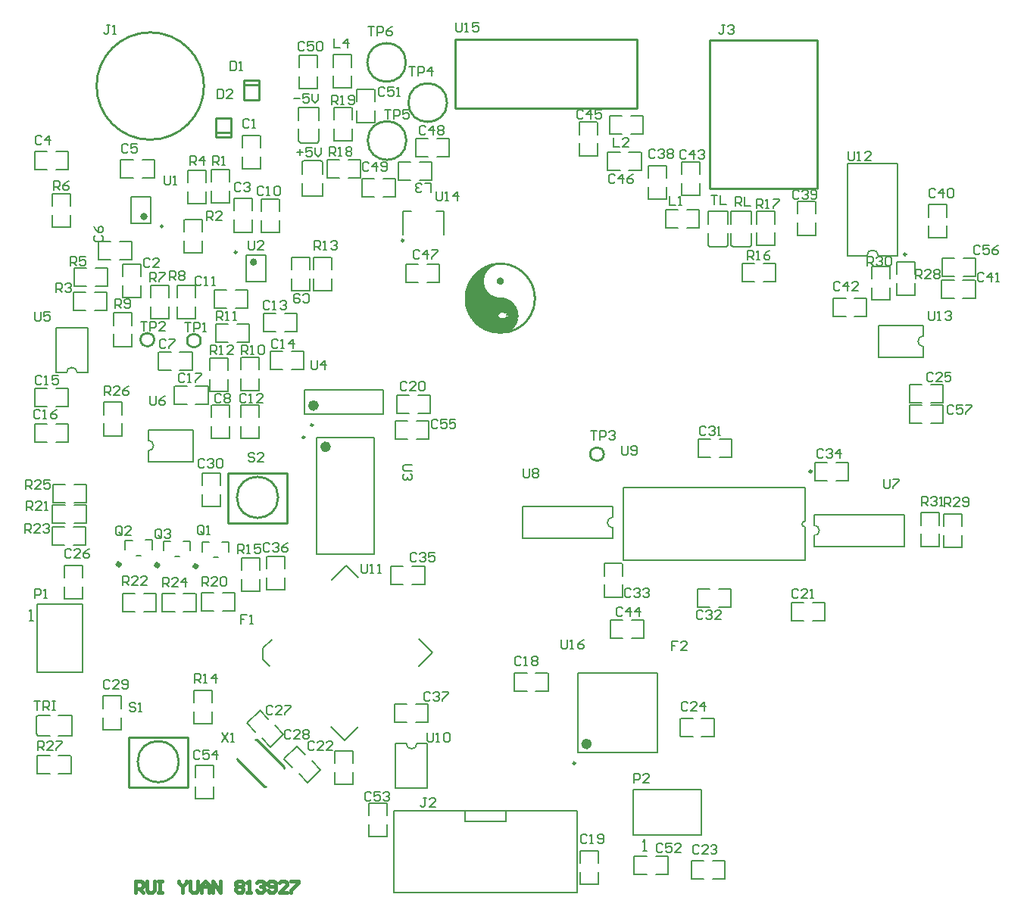
<source format=gto>
G04*
G04 #@! TF.GenerationSoftware,Altium Limited,Altium Designer,18.1.3 (115)*
G04*
G04 Layer_Color=65535*
%FSAX25Y25*%
%MOIN*%
G70*
G01*
G75*
%ADD10C,0.01575*%
%ADD11C,0.00984*%
%ADD12C,0.00700*%
%ADD13C,0.01000*%
%ADD14C,0.02000*%
%ADD15C,0.02362*%
%ADD16C,0.00787*%
%ADD17C,0.00800*%
%ADD18C,0.01500*%
D10*
X0201485Y0407160D02*
G03*
X0201485Y0407160I-0000787J0000000D01*
G01*
X0249723Y0387072D02*
G03*
X0249723Y0387072I-0000787J0000000D01*
G01*
D11*
X0209063Y0402830D02*
G03*
X0209063Y0402830I-0000492J0000000D01*
G01*
X0271501Y0309963D02*
G03*
X0271501Y0309963I-0000492J0000000D01*
G01*
X0275104Y0315377D02*
G03*
X0275104Y0315377I-0000492J0000000D01*
G01*
X0241553Y0391403D02*
G03*
X0241553Y0391403I-0000492J0000000D01*
G01*
X0536177Y0390531D02*
G03*
X0536177Y0390531I-0000492J0000000D01*
G01*
X0315056Y0396634D02*
G03*
X0315056Y0396634I-0000492J0000000D01*
G01*
X0390612Y0166469D02*
G03*
X0390612Y0166469I-0000492J0000000D01*
G01*
D12*
X0543759Y0354559D02*
G03*
X0543759Y0349874I0000000J-0002342D01*
G01*
X0316174Y0175159D02*
G03*
X0320859Y0175159I0002342J0000000D01*
G01*
X0495574Y0266574D02*
G03*
X0495574Y0271259I0000000J0002342D01*
G01*
X0202574Y0303974D02*
G03*
X0202574Y0308659I0000000J0002342D01*
G01*
X0171359Y0338374D02*
G03*
X0166674Y0338374I-0002342J0000000D01*
G01*
X0407059Y0274759D02*
G03*
X0407059Y0270074I0000000J-0002342D01*
G01*
D13*
X0259771Y0283515D02*
G03*
X0259771Y0283515I-0009055J0000000D01*
G01*
X0205216Y0352916D02*
G03*
X0205216Y0352916I-0003000J0000000D01*
G01*
X0225716Y0352516D02*
G03*
X0225716Y0352516I-0003000J0000000D01*
G01*
X0227138Y0464616D02*
G03*
X0227138Y0464616I-0023622J0000000D01*
G01*
X0316216Y0440616D02*
G03*
X0316216Y0440616I-0008500J0000000D01*
G01*
X0216071Y0167115D02*
G03*
X0216071Y0167115I-0009055J0000000D01*
G01*
X0494707Y0294915D02*
G03*
X0494707Y0294915I-0000591J0000000D01*
G01*
X0403116Y0302516D02*
G03*
X0403116Y0302516I-0003000J0000000D01*
G01*
X0334116Y0457316D02*
G03*
X0334116Y0457316I-0008500J0000000D01*
G01*
X0316016Y0475016D02*
G03*
X0316016Y0475016I-0008500J0000000D01*
G01*
X0263708Y0272267D02*
Y0294267D01*
X0237724D02*
X0263708D01*
X0237724Y0272267D02*
Y0294267D01*
Y0272267D02*
X0263708D01*
X0249831Y0176963D02*
X0250401D01*
X0262453Y0164912D01*
X0262453Y0164310D02*
X0262453Y0164912D01*
X0253575Y0156034D02*
X0254215D01*
X0241585Y0168024D02*
X0253575Y0156034D01*
X0241585Y0168024D02*
Y0168625D01*
X0244570Y0465137D02*
X0251263D01*
X0244570Y0458587D02*
X0251263D01*
Y0458637D02*
Y0467137D01*
X0244570Y0458637D02*
Y0467137D01*
X0251263D01*
X0232470Y0444095D02*
X0239163D01*
X0232470Y0450645D02*
X0239163D01*
X0232470Y0442095D02*
Y0450595D01*
X0239163Y0442095D02*
Y0450595D01*
X0232470Y0442095D02*
X0239163D01*
X0449673Y0419468D02*
Y0484823D01*
X0496917D01*
Y0419468D02*
Y0484823D01*
X0449673Y0419468D02*
X0496523D01*
X0194024Y0155867D02*
X0220008D01*
X0194024D02*
Y0177867D01*
X0220008D01*
Y0155867D02*
Y0177867D01*
X0417559Y0454911D02*
Y0485226D01*
X0337559Y0454911D02*
X0417559D01*
X0337559D02*
Y0485226D01*
X0417559D01*
D14*
X0206948Y0253624D02*
G03*
X0206948Y0253624I-0000492J0000000D01*
G01*
X0223949Y0253224D02*
G03*
X0223949Y0253224I-0000492J0000000D01*
G01*
X0190108Y0254024D02*
G03*
X0190108Y0254024I-0000492J0000000D01*
G01*
D15*
X0281836Y0305770D02*
G03*
X0281836Y0305770I-0001181J0000000D01*
G01*
X0276511Y0323940D02*
G03*
X0276511Y0323940I-0001181J0000000D01*
G01*
X0396715Y0174934D02*
G03*
X0396715Y0174934I-0001181J0000000D01*
G01*
D16*
X0523913Y0389842D02*
G03*
X0518913Y0389842I-0002500J0000000D01*
G01*
X0491616Y0273016D02*
G03*
X0491616Y0270516I0000000J-0001250D01*
G01*
X0195185Y0415822D02*
X0203847D01*
X0195185Y0404011D02*
X0203847D01*
X0195185D02*
Y0415822D01*
X0203847Y0404011D02*
Y0415822D01*
X0153616Y0236516D02*
X0173616D01*
X0153616Y0206516D02*
X0173616D01*
X0153616D02*
Y0236516D01*
X0173616Y0206516D02*
Y0236516D01*
X0537816Y0324116D02*
X0543148D01*
X0537816Y0316116D02*
X0543148D01*
X0537766Y0316179D02*
Y0324053D01*
X0552516Y0316179D02*
Y0324053D01*
X0547085Y0324116D02*
X0552516D01*
X0547085Y0316116D02*
X0552516D01*
X0561385Y0380916D02*
X0566716D01*
X0561385Y0388916D02*
X0566716D01*
X0566766Y0380979D02*
Y0388853D01*
X0552016Y0380979D02*
Y0388853D01*
Y0380916D02*
X0557448D01*
X0552016Y0388916D02*
X0557448D01*
X0561185Y0371216D02*
X0566516D01*
X0561185Y0379216D02*
X0566516D01*
X0566566Y0371279D02*
Y0379153D01*
X0551816Y0371279D02*
Y0379153D01*
Y0371216D02*
X0557248D01*
X0551816Y0379216D02*
X0557248D01*
X0540016Y0381785D02*
Y0387216D01*
X0532016Y0381785D02*
Y0387216D01*
X0532079D02*
X0539953D01*
X0532079Y0372466D02*
X0539953D01*
X0540016Y0372516D02*
Y0377848D01*
X0532016Y0372516D02*
Y0377848D01*
X0529016Y0379885D02*
Y0385316D01*
X0521016Y0379885D02*
Y0385316D01*
X0521079D02*
X0528953D01*
X0521079Y0370566D02*
X0528953D01*
X0529016Y0370616D02*
Y0375948D01*
X0521016Y0370616D02*
Y0375948D01*
X0524074Y0359216D02*
X0543759D01*
X0524074Y0345216D02*
Y0359216D01*
Y0345216D02*
X0543759D01*
Y0349874D01*
Y0354559D02*
Y0359216D01*
X0560616Y0270885D02*
Y0276316D01*
X0552616Y0270885D02*
Y0276316D01*
X0552679D02*
X0560553D01*
X0552679Y0261566D02*
X0560553D01*
X0560616Y0261616D02*
Y0266948D01*
X0552616Y0261616D02*
Y0266948D01*
X0550716Y0271272D02*
Y0276703D01*
X0542716Y0271272D02*
Y0276703D01*
X0542779D02*
X0550653D01*
X0542779Y0261953D02*
X0550653D01*
X0550716Y0262003D02*
Y0267335D01*
X0542716Y0262003D02*
Y0267335D01*
X0485816Y0237216D02*
X0491148D01*
X0485816Y0229216D02*
X0491148D01*
X0485766Y0229279D02*
Y0237153D01*
X0500516Y0229279D02*
Y0237153D01*
X0495085Y0237216D02*
X0500516D01*
X0495085Y0229216D02*
X0500516D01*
X0312116Y0328616D02*
X0317448D01*
X0312116Y0320616D02*
X0317448D01*
X0312066Y0320679D02*
Y0328553D01*
X0326816Y0320679D02*
Y0328553D01*
X0321385Y0328616D02*
X0326816D01*
X0321385Y0320616D02*
X0326816D01*
X0292816Y0166485D02*
Y0171816D01*
X0284816Y0166485D02*
Y0171816D01*
X0284879Y0171866D02*
X0292753D01*
X0284879Y0157116D02*
X0292753D01*
X0292816D02*
Y0162548D01*
X0284816Y0157116D02*
Y0162548D01*
X0214216Y0332416D02*
X0219548D01*
X0214216Y0324416D02*
X0219548D01*
X0214166Y0324479D02*
Y0332353D01*
X0228916Y0324479D02*
Y0332353D01*
X0223485Y0332416D02*
X0228916D01*
X0223485Y0324416D02*
X0228916D01*
X0251716Y0251485D02*
Y0256816D01*
X0243716Y0251485D02*
Y0256816D01*
X0243779Y0256866D02*
X0251653D01*
X0243779Y0242116D02*
X0251653D01*
X0251716D02*
Y0247548D01*
X0243716Y0242116D02*
Y0247548D01*
X0231416Y0160085D02*
Y0165416D01*
X0223416Y0160085D02*
Y0165416D01*
X0223479Y0165466D02*
X0231353D01*
X0223479Y0150716D02*
X0231353D01*
X0231416D02*
Y0156148D01*
X0223416Y0150716D02*
Y0156148D01*
X0163185Y0161716D02*
X0168516D01*
X0163185Y0169716D02*
X0168516D01*
X0168566Y0161779D02*
Y0169653D01*
X0153816Y0161779D02*
Y0169653D01*
Y0161716D02*
X0159248D01*
X0153816Y0169716D02*
X0159248D01*
X0307616Y0143485D02*
Y0148816D01*
X0299616Y0143485D02*
Y0148816D01*
X0299679Y0148866D02*
X0307553D01*
X0299679Y0134116D02*
X0307553D01*
X0307616D02*
Y0139548D01*
X0299616Y0134116D02*
Y0139548D01*
X0425885Y0117416D02*
X0431216D01*
X0425885Y0125416D02*
X0431216D01*
X0431266Y0117479D02*
Y0125353D01*
X0416516Y0117479D02*
Y0125353D01*
Y0117416D02*
X0421948D01*
X0416516Y0125416D02*
X0421948D01*
X0311116Y0192616D02*
X0316448D01*
X0311116Y0184616D02*
X0316448D01*
X0311066Y0184679D02*
Y0192553D01*
X0325816Y0184679D02*
Y0192553D01*
X0320385Y0192616D02*
X0325816D01*
X0320385Y0184616D02*
X0325816D01*
X0311516Y0155474D02*
Y0175159D01*
Y0155474D02*
X0325516D01*
Y0175159D01*
X0320859D02*
X0325516D01*
X0311516D02*
X0316174D01*
X0310816Y0109476D02*
X0310816Y0145366D01*
X0391416D02*
X0391416Y0109476D01*
X0310816Y0109476D02*
X0391416Y0109476D01*
X0310816Y0145366D02*
X0391416D01*
X0360116Y0140716D02*
Y0145047D01*
X0342116Y0145047D02*
X0342116Y0140716D01*
X0360116D01*
X0309516Y0253316D02*
X0314848D01*
X0309516Y0245316D02*
X0314848D01*
X0309466Y0245379D02*
Y0253253D01*
X0324216Y0245379D02*
Y0253253D01*
X0318785Y0253316D02*
X0324216D01*
X0318785Y0245316D02*
X0324216D01*
X0252580Y0177396D02*
X0256350Y0173626D01*
X0258237Y0183053D02*
X0262006Y0179283D01*
X0256430Y0173635D02*
X0261997Y0179203D01*
X0246000Y0184065D02*
X0251568Y0189633D01*
X0245955Y0184020D02*
X0249796Y0180180D01*
X0251612Y0189677D02*
X0255453Y0185837D01*
X0200785Y0233216D02*
X0206116D01*
X0200785Y0241216D02*
X0206116D01*
X0206166Y0233279D02*
Y0241153D01*
X0191416Y0233279D02*
Y0241153D01*
Y0233216D02*
X0196848D01*
X0191416Y0241216D02*
X0196848D01*
X0254878Y0242816D02*
Y0248148D01*
X0262878Y0242816D02*
Y0248148D01*
X0254941Y0242766D02*
X0262815D01*
X0254941Y0257516D02*
X0262815D01*
X0254878Y0252085D02*
Y0257516D01*
X0262878Y0252085D02*
Y0257516D01*
X0226416Y0279616D02*
Y0284948D01*
X0234416Y0279616D02*
Y0284948D01*
X0226479Y0279566D02*
X0234353D01*
X0226479Y0294316D02*
X0234353D01*
X0226416Y0288885D02*
Y0294316D01*
X0234416Y0288885D02*
Y0294316D01*
X0169985Y0281316D02*
X0175316D01*
X0169985Y0289316D02*
X0175316D01*
X0175366Y0281379D02*
Y0289253D01*
X0160616Y0281379D02*
Y0289253D01*
Y0281316D02*
X0166048D01*
X0160616Y0289316D02*
X0166048D01*
X0169785Y0262616D02*
X0175116D01*
X0169785Y0270616D02*
X0175116D01*
X0175166Y0262679D02*
Y0270553D01*
X0160416Y0262679D02*
Y0270553D01*
Y0262616D02*
X0165848D01*
X0160416Y0270616D02*
X0165848D01*
X0169885Y0272016D02*
X0175216D01*
X0169885Y0280016D02*
X0175216D01*
X0175266Y0272079D02*
Y0279953D01*
X0160516Y0272079D02*
Y0279953D01*
Y0272016D02*
X0165948D01*
X0160516Y0280016D02*
X0165948D01*
X0214256Y0257416D02*
X0216256D01*
X0218111Y0264316D02*
X0221162D01*
Y0260016D02*
Y0264316D01*
X0209351Y0264216D02*
X0212402D01*
X0209351Y0260016D02*
Y0264216D01*
X0231256Y0257016D02*
X0233256D01*
X0235111Y0263916D02*
X0238162D01*
Y0259616D02*
Y0263916D01*
X0226351Y0263816D02*
X0229402D01*
X0226351Y0259616D02*
Y0263816D01*
X0197416Y0257816D02*
X0199416D01*
X0201271Y0264716D02*
X0204322D01*
Y0260416D02*
Y0264716D01*
X0192511Y0264616D02*
X0195562D01*
X0192511Y0260416D02*
Y0264616D01*
X0496116Y0298716D02*
X0501448D01*
X0496116Y0290716D02*
X0501448D01*
X0496066Y0290779D02*
Y0298653D01*
X0510816Y0290779D02*
Y0298653D01*
X0505385Y0298716D02*
X0510816D01*
X0505385Y0290716D02*
X0510816D01*
X0495574Y0266574D02*
X0495574Y0261916D01*
Y0271259D02*
Y0275916D01*
X0535259D01*
X0535259Y0261916D02*
X0535259Y0275916D01*
X0495574Y0261916D02*
X0535259D01*
X0411216Y0248985D02*
Y0254316D01*
X0403216Y0248985D02*
Y0254316D01*
X0403279Y0254366D02*
X0411153D01*
X0403279Y0239616D02*
X0411153D01*
X0411216D02*
Y0245048D01*
X0403216Y0239616D02*
Y0245048D01*
X0444316Y0243016D02*
X0449648D01*
X0444316Y0235016D02*
X0449648D01*
X0444266Y0235079D02*
Y0242953D01*
X0459016Y0235079D02*
Y0242953D01*
X0453585Y0243016D02*
X0459016D01*
X0453585Y0235016D02*
X0459016D01*
X0454085Y0301116D02*
X0459416D01*
X0454085Y0309116D02*
X0459416D01*
X0459466Y0301179D02*
Y0309053D01*
X0444716Y0301179D02*
Y0309053D01*
Y0301116D02*
X0450148D01*
X0444716Y0309116D02*
X0450148D01*
X0311416Y0317316D02*
X0316748D01*
X0311416Y0309316D02*
X0316748D01*
X0311366Y0309379D02*
Y0317253D01*
X0326116Y0309379D02*
Y0317253D01*
X0320685Y0317316D02*
X0326116D01*
X0320685Y0309316D02*
X0326116D01*
X0537716Y0333116D02*
X0543048D01*
X0537716Y0325116D02*
X0543048D01*
X0537666Y0325179D02*
Y0333053D01*
X0552416Y0325179D02*
Y0333053D01*
X0546985Y0333116D02*
X0552416D01*
X0546985Y0325116D02*
X0552416D01*
X0276718Y0258526D02*
Y0309707D01*
X0301915Y0258526D02*
Y0309707D01*
X0276718Y0309707D02*
X0301915Y0309707D01*
X0276718Y0258526D02*
X0301915Y0258526D01*
X0256496Y0347816D02*
X0261827D01*
X0256496Y0339816D02*
X0261827D01*
X0256446Y0339879D02*
Y0347753D01*
X0271196Y0339879D02*
Y0347753D01*
X0265764Y0347816D02*
X0271196D01*
X0265764Y0339816D02*
X0271196D01*
X0253316Y0364616D02*
X0258648D01*
X0253316Y0356616D02*
X0258648D01*
X0253266Y0356679D02*
Y0364553D01*
X0268016Y0356679D02*
Y0364553D01*
X0262585Y0364616D02*
X0268016D01*
X0262585Y0356616D02*
X0268016D01*
X0207216Y0347616D02*
X0212548D01*
X0207216Y0339616D02*
X0212548D01*
X0207166Y0339679D02*
Y0347553D01*
X0221916Y0339679D02*
Y0347553D01*
X0216485Y0347616D02*
X0221916D01*
X0216485Y0339616D02*
X0221916D01*
X0271393Y0320003D02*
X0306039D01*
X0271393Y0330830D02*
X0306039D01*
X0271393Y0320003D02*
Y0330830D01*
X0306039Y0320003D02*
Y0330830D01*
X0243416Y0309616D02*
Y0314948D01*
X0251416Y0309616D02*
Y0314948D01*
X0243479Y0309566D02*
X0251353D01*
X0243479Y0324316D02*
X0251353D01*
X0243416Y0318885D02*
Y0324316D01*
X0251416Y0318885D02*
Y0324316D01*
X0243516Y0330576D02*
Y0335908D01*
X0251516Y0330576D02*
Y0335908D01*
X0243579Y0330526D02*
X0251453D01*
X0243579Y0345276D02*
X0251453D01*
X0243516Y0339844D02*
Y0345276D01*
X0251516Y0339844D02*
Y0345276D01*
X0202574Y0299316D02*
X0222259D01*
Y0313316D01*
X0202574D02*
X0222259D01*
X0202574Y0308659D02*
Y0313316D01*
Y0299316D02*
Y0303974D01*
X0152616Y0315916D02*
X0157948D01*
X0152616Y0307916D02*
X0157948D01*
X0152566Y0307979D02*
Y0315853D01*
X0167316Y0307979D02*
Y0315853D01*
X0161885Y0315916D02*
X0167316D01*
X0161885Y0307916D02*
X0167316D01*
X0152816Y0331416D02*
X0158148D01*
X0152816Y0323416D02*
X0158148D01*
X0152766Y0323479D02*
Y0331353D01*
X0167516Y0323479D02*
Y0331353D01*
X0162085Y0331416D02*
X0167516D01*
X0162085Y0323416D02*
X0167516D01*
X0223316Y0371585D02*
Y0376916D01*
X0215316Y0371585D02*
Y0376916D01*
X0215379Y0376966D02*
X0223253D01*
X0215379Y0362216D02*
X0223253D01*
X0223316D02*
Y0367648D01*
X0215316Y0362216D02*
Y0367648D01*
X0240985Y0366716D02*
X0246316D01*
X0240985Y0374716D02*
X0246316D01*
X0246366Y0366779D02*
Y0374653D01*
X0231616Y0366779D02*
Y0374653D01*
Y0366716D02*
X0237048D01*
X0231616Y0374716D02*
X0237048D01*
X0187416Y0350016D02*
Y0355348D01*
X0195416Y0350016D02*
Y0355348D01*
X0187479Y0349966D02*
X0195353D01*
X0187479Y0364716D02*
X0195353D01*
X0187416Y0359285D02*
Y0364716D01*
X0195416Y0359285D02*
Y0364716D01*
X0306085Y0415816D02*
X0311416D01*
X0306085Y0423816D02*
X0311416D01*
X0311466Y0415879D02*
Y0423753D01*
X0296716Y0415879D02*
Y0423753D01*
Y0415816D02*
X0302148D01*
X0296716Y0423816D02*
X0302148D01*
X0230516Y0309416D02*
Y0314748D01*
X0238516Y0309416D02*
Y0314748D01*
X0230579Y0309366D02*
X0238453D01*
X0230579Y0324116D02*
X0238453D01*
X0230516Y0318685D02*
Y0324116D01*
X0238516Y0318685D02*
Y0324116D01*
X0237716Y0339444D02*
Y0344776D01*
X0229716Y0339444D02*
Y0344776D01*
X0229779Y0344826D02*
X0237653D01*
X0229779Y0330076D02*
X0237653D01*
X0237716D02*
Y0335507D01*
X0229716Y0330076D02*
Y0335507D01*
X0273716Y0383885D02*
Y0389216D01*
X0265716Y0383885D02*
Y0389216D01*
X0265779Y0389266D02*
X0273653D01*
X0265779Y0374516D02*
X0273653D01*
X0273716D02*
Y0379948D01*
X0265716Y0374516D02*
Y0379948D01*
X0211716Y0371385D02*
Y0376716D01*
X0203716Y0371385D02*
Y0376716D01*
X0203779Y0376766D02*
X0211653D01*
X0203779Y0362016D02*
X0211653D01*
X0211716D02*
Y0367448D01*
X0203716Y0362016D02*
Y0367448D01*
X0241585Y0351816D02*
X0246916D01*
X0241585Y0359816D02*
X0246916D01*
X0246966Y0351879D02*
Y0359753D01*
X0232216Y0351879D02*
Y0359753D01*
Y0351816D02*
X0237648D01*
X0232216Y0359816D02*
X0237648D01*
X0252216Y0400116D02*
Y0405448D01*
X0260216Y0400116D02*
Y0405448D01*
X0252279Y0400066D02*
X0260153D01*
X0252279Y0414816D02*
X0260153D01*
X0252216Y0409385D02*
Y0414816D01*
X0260216Y0409385D02*
Y0414816D01*
X0245785Y0378411D02*
Y0390222D01*
X0254447Y0378411D02*
Y0390222D01*
X0245785D02*
X0254447D01*
X0245785Y0378411D02*
X0254447D01*
X0180616Y0396216D02*
X0185948D01*
X0180616Y0388216D02*
X0185948D01*
X0180566Y0388279D02*
Y0396153D01*
X0195316Y0388279D02*
Y0396153D01*
X0189885Y0396216D02*
X0195316D01*
X0189885Y0388216D02*
X0195316D01*
X0160416Y0402416D02*
Y0407748D01*
X0168416Y0402416D02*
Y0407748D01*
X0160479Y0402366D02*
X0168353D01*
X0160479Y0417116D02*
X0168353D01*
X0160416Y0411685D02*
Y0417116D01*
X0168416Y0411685D02*
Y0417116D01*
X0170116Y0384416D02*
X0175448D01*
X0170116Y0376416D02*
X0175448D01*
X0170066Y0376479D02*
Y0384353D01*
X0184816Y0376479D02*
Y0384353D01*
X0179385Y0384416D02*
X0184816D01*
X0179385Y0376416D02*
X0184816D01*
X0169816Y0373716D02*
X0175148D01*
X0169816Y0365716D02*
X0175148D01*
X0169766Y0365779D02*
Y0373653D01*
X0184516Y0365779D02*
Y0373653D01*
X0179085Y0373716D02*
X0184516D01*
X0179085Y0365716D02*
X0184516D01*
X0199416Y0380785D02*
Y0386116D01*
X0191416Y0380785D02*
Y0386116D01*
X0191479Y0386166D02*
X0199353D01*
X0191479Y0371416D02*
X0199353D01*
X0199416D02*
Y0376848D01*
X0191416Y0371416D02*
Y0376848D01*
X0218516Y0391176D02*
Y0396508D01*
X0226516Y0391176D02*
Y0396508D01*
X0218579Y0391126D02*
X0226453D01*
X0218579Y0405876D02*
X0226453D01*
X0218516Y0400445D02*
Y0405876D01*
X0226516Y0400445D02*
Y0405876D01*
X0230316Y0413216D02*
Y0418548D01*
X0238316Y0413216D02*
Y0418548D01*
X0230379Y0413166D02*
X0238253D01*
X0230379Y0427916D02*
X0238253D01*
X0230316Y0422485D02*
Y0427916D01*
X0238316Y0422485D02*
Y0427916D01*
X0228016Y0422185D02*
Y0427516D01*
X0220016Y0422185D02*
Y0427516D01*
X0220079Y0427566D02*
X0227953D01*
X0220079Y0412816D02*
X0227953D01*
X0228016D02*
Y0418248D01*
X0220016Y0412816D02*
Y0418248D01*
X0290685Y0424136D02*
X0296016D01*
X0290685Y0432136D02*
X0296016D01*
X0296066Y0424199D02*
Y0432073D01*
X0281316Y0424199D02*
Y0432073D01*
Y0424136D02*
X0286748D01*
X0281316Y0432136D02*
X0286748D01*
X0415285Y0221416D02*
X0420616D01*
X0415285Y0229416D02*
X0420616D01*
X0420666Y0221479D02*
Y0229353D01*
X0405916Y0221479D02*
Y0229353D01*
Y0221416D02*
X0411348D01*
X0405916Y0229416D02*
X0411348D01*
X0439685Y0402316D02*
X0445016D01*
X0439685Y0410316D02*
X0445016D01*
X0445066Y0402379D02*
Y0410253D01*
X0430316Y0402379D02*
Y0410253D01*
Y0402316D02*
X0435748D01*
X0430316Y0410316D02*
X0435748D01*
X0473285Y0378616D02*
X0478616D01*
X0473285Y0386616D02*
X0478616D01*
X0478666Y0378679D02*
Y0386553D01*
X0463916Y0378679D02*
Y0386553D01*
Y0378616D02*
X0469348D01*
X0463916Y0386616D02*
X0469348D01*
X0478316Y0403985D02*
Y0409316D01*
X0470316Y0403985D02*
Y0409316D01*
X0470379Y0409366D02*
X0478253D01*
X0470379Y0394616D02*
X0478253D01*
X0478316D02*
Y0400048D01*
X0470316Y0394616D02*
Y0400048D01*
X0510216Y0389842D02*
Y0430590D01*
X0532216Y0389842D02*
Y0430590D01*
X0510216D02*
X0532216D01*
X0510216Y0389842D02*
X0518913D01*
X0523913D02*
X0532216D01*
X0496216Y0408346D02*
Y0413678D01*
X0488216Y0408346D02*
Y0413678D01*
X0488279Y0413728D02*
X0496153D01*
X0488279Y0398978D02*
X0496153D01*
X0496216D02*
Y0404409D01*
X0488216Y0398978D02*
Y0404409D01*
X0437416Y0416416D02*
Y0421748D01*
X0445416Y0416416D02*
Y0421748D01*
X0437479Y0416366D02*
X0445353D01*
X0437479Y0431116D02*
X0445353D01*
X0437416Y0425685D02*
Y0431116D01*
X0445416Y0425685D02*
Y0431116D01*
X0325385Y0378316D02*
X0330716D01*
X0325385Y0386316D02*
X0330716D01*
X0330766Y0378379D02*
Y0386253D01*
X0316016Y0378379D02*
Y0386253D01*
Y0378316D02*
X0321448D01*
X0316016Y0386316D02*
X0321448D01*
X0329328Y0409429D02*
X0332871D01*
Y0399193D02*
Y0409429D01*
X0314761D02*
X0318304D01*
X0314761Y0399193D02*
Y0409429D01*
X0302216Y0457885D02*
Y0463216D01*
X0294216Y0457885D02*
Y0463216D01*
X0294279Y0463266D02*
X0302153D01*
X0294279Y0448516D02*
X0302153D01*
X0302216D02*
Y0453948D01*
X0294216Y0448516D02*
Y0453948D01*
X0329585Y0433516D02*
X0334916D01*
X0329585Y0441516D02*
X0334916D01*
X0334966Y0433579D02*
Y0441453D01*
X0320216Y0433579D02*
Y0441453D01*
Y0433516D02*
X0325648D01*
X0320216Y0441516D02*
X0325648D01*
X0277716Y0440435D02*
Y0445667D01*
X0276916Y0439635D02*
X0277716Y0440435D01*
X0269616Y0439635D02*
X0276916D01*
X0268816Y0440435D02*
X0269616Y0439635D01*
X0268816Y0440435D02*
Y0445667D01*
Y0455312D02*
X0277716D01*
X0268816Y0449604D02*
Y0455312D01*
X0277716Y0449604D02*
Y0455312D01*
X0269116Y0463616D02*
Y0468948D01*
X0277116Y0463616D02*
Y0468948D01*
X0269179Y0463566D02*
X0277053D01*
X0269179Y0478316D02*
X0277053D01*
X0269116Y0472885D02*
Y0478316D01*
X0277116Y0472885D02*
Y0478316D01*
X0284216Y0440416D02*
Y0445748D01*
X0292216Y0440416D02*
Y0445748D01*
X0284279Y0440366D02*
X0292153D01*
X0284279Y0455116D02*
X0292153D01*
X0284216Y0449685D02*
Y0455116D01*
X0292216Y0449685D02*
Y0455116D01*
X0270316Y0416239D02*
Y0421948D01*
X0279216Y0416239D02*
Y0421948D01*
X0270316Y0416239D02*
X0279216D01*
Y0425885D02*
Y0431116D01*
X0278416Y0431916D02*
X0279216Y0431116D01*
X0271116Y0431916D02*
X0278416D01*
X0270316Y0431116D02*
X0271116Y0431916D01*
X0270316Y0425885D02*
Y0431116D01*
X0312716D02*
X0318048D01*
X0312716Y0423116D02*
X0318048D01*
X0312666Y0423179D02*
Y0431053D01*
X0327416Y0423179D02*
Y0431053D01*
X0321985Y0431116D02*
X0327416D01*
X0321985Y0423116D02*
X0327416D01*
X0414185Y0427416D02*
X0419516D01*
X0414185Y0435416D02*
X0419516D01*
X0419566Y0427479D02*
Y0435353D01*
X0404816Y0427479D02*
Y0435353D01*
Y0427416D02*
X0410248D01*
X0404816Y0435416D02*
X0410248D01*
X0400216Y0443285D02*
Y0448616D01*
X0392216Y0443285D02*
Y0448616D01*
X0392279Y0448666D02*
X0400153D01*
X0392279Y0433916D02*
X0400153D01*
X0400216D02*
Y0439348D01*
X0392216Y0433916D02*
Y0439348D01*
X0415085Y0443616D02*
X0420416D01*
X0415085Y0451616D02*
X0420416D01*
X0420466Y0443679D02*
Y0451553D01*
X0405716Y0443679D02*
Y0451553D01*
Y0443616D02*
X0411148D01*
X0405716Y0451616D02*
X0411148D01*
X0222816Y0183716D02*
Y0189148D01*
X0230816Y0183716D02*
Y0189148D01*
X0222879Y0183716D02*
X0230753D01*
X0222879Y0198466D02*
X0230753D01*
X0222816Y0193085D02*
Y0198416D01*
X0230816Y0193085D02*
Y0198416D01*
X0154016Y0178616D02*
X0159248D01*
X0153216Y0179416D02*
X0154016Y0178616D01*
X0153216Y0179416D02*
Y0186716D01*
X0154016Y0187516D01*
X0159248D01*
X0168893Y0178616D02*
Y0187516D01*
X0163185D02*
X0168893D01*
X0163185Y0178616D02*
X0168893D01*
X0268898Y0161720D02*
X0272739Y0157879D01*
X0274555Y0167377D02*
X0278396Y0163536D01*
X0272783Y0157924D02*
X0278351Y0163492D01*
X0262354Y0168354D02*
X0267921Y0173922D01*
X0262344Y0168274D02*
X0266114Y0164504D01*
X0268001Y0173931D02*
X0271771Y0170161D01*
X0190616Y0190585D02*
Y0196016D01*
X0182616Y0190585D02*
Y0196016D01*
X0182679D02*
X0190553D01*
X0182679Y0181266D02*
X0190553D01*
X0190616Y0181316D02*
Y0186648D01*
X0182616Y0181316D02*
Y0186648D01*
X0191016Y0319945D02*
Y0325376D01*
X0183016Y0319945D02*
Y0325376D01*
X0183079D02*
X0190953D01*
X0183079Y0310626D02*
X0190953D01*
X0191016Y0310676D02*
Y0316007D01*
X0183016Y0310676D02*
Y0316007D01*
X0226016Y0241389D02*
X0231448D01*
X0226016Y0233389D02*
X0231448D01*
X0226016Y0233452D02*
Y0241326D01*
X0240766Y0233452D02*
Y0241326D01*
X0235385Y0241389D02*
X0240716D01*
X0235385Y0233389D02*
X0240716D01*
X0208816Y0241116D02*
X0214248D01*
X0208816Y0233116D02*
X0214248D01*
X0208816Y0233179D02*
Y0241053D01*
X0223566Y0233179D02*
Y0241053D01*
X0218185Y0241116D02*
X0223516D01*
X0218185Y0233116D02*
X0223516D01*
X0292016Y0472985D02*
Y0478416D01*
X0284016Y0472985D02*
Y0478416D01*
X0284079D02*
X0291953D01*
X0284079Y0463666D02*
X0291953D01*
X0292016Y0463716D02*
Y0469048D01*
X0284016Y0463716D02*
Y0469048D01*
X0391597Y0170996D02*
X0426636D01*
X0391597Y0206036D02*
X0426636D01*
X0391597Y0170996D02*
Y0206036D01*
X0426636Y0170996D02*
Y0206036D01*
X0171359Y0338374D02*
X0176016D01*
X0162016D02*
X0166674D01*
X0162016D02*
Y0358059D01*
X0176016D01*
Y0338374D02*
Y0358059D01*
X0491616Y0287691D02*
X0491616Y0273016D01*
Y0255841D02*
Y0270516D01*
X0411616Y0255841D02*
X0491616Y0255841D01*
X0411616Y0287691D02*
X0411616Y0255841D01*
X0411616Y0287691D02*
X0491616D01*
X0446185Y0178316D02*
X0451616D01*
X0446185Y0186316D02*
X0451616D01*
Y0178379D02*
Y0186253D01*
X0436866Y0178379D02*
Y0186253D01*
X0436916Y0178316D02*
X0442248D01*
X0436916Y0186316D02*
X0442248D01*
X0457816Y0394616D02*
Y0399848D01*
X0457016Y0393816D02*
X0457816Y0394616D01*
X0449716Y0393816D02*
X0457016D01*
X0448916Y0394616D02*
X0449716Y0393816D01*
X0448916Y0394616D02*
Y0399848D01*
Y0409493D02*
X0457816D01*
X0448916Y0403785D02*
Y0409493D01*
X0457816Y0403785D02*
Y0409493D01*
X0468016Y0403685D02*
Y0409393D01*
X0459116Y0403685D02*
Y0409393D01*
X0468016D01*
X0459116Y0394516D02*
Y0399748D01*
Y0394516D02*
X0459916Y0393716D01*
X0467216D01*
X0468016Y0394516D01*
Y0399748D01*
X0430816Y0424185D02*
Y0429616D01*
X0422816Y0424185D02*
Y0429616D01*
X0422879D02*
X0430753D01*
X0422879Y0414866D02*
X0430753D01*
X0430816Y0414916D02*
Y0420248D01*
X0422816Y0414916D02*
Y0420248D01*
X0504116Y0371316D02*
X0509548D01*
X0504116Y0363316D02*
X0509548D01*
X0504116Y0363379D02*
Y0371253D01*
X0518866Y0363379D02*
Y0371253D01*
X0513485Y0371316D02*
X0518816D01*
X0513485Y0363316D02*
X0518816D01*
X0554116Y0406985D02*
Y0412416D01*
X0546116Y0406985D02*
Y0412416D01*
X0546179D02*
X0554053D01*
X0546179Y0397666D02*
X0554053D01*
X0554116Y0397716D02*
Y0403048D01*
X0546116Y0397716D02*
Y0403048D01*
X0243916Y0428016D02*
Y0433448D01*
X0251916Y0428016D02*
Y0433448D01*
X0243979Y0428016D02*
X0251853D01*
X0243979Y0442766D02*
X0251853D01*
X0243916Y0437385D02*
Y0442716D01*
X0251916Y0437385D02*
Y0442716D01*
X0240316Y0400316D02*
Y0405748D01*
X0248316Y0400316D02*
Y0405748D01*
X0240379Y0400316D02*
X0248253D01*
X0240379Y0415066D02*
X0248253D01*
X0240316Y0409685D02*
Y0415016D01*
X0248316Y0409685D02*
Y0415016D01*
X0152716Y0435676D02*
X0158148D01*
X0152716Y0427676D02*
X0158148D01*
X0152716Y0427739D02*
Y0435613D01*
X0167466Y0427739D02*
Y0435613D01*
X0162085Y0435676D02*
X0167416D01*
X0162085Y0427676D02*
X0167416D01*
X0190516Y0432116D02*
X0195948D01*
X0190516Y0424116D02*
X0195948D01*
X0190516Y0424179D02*
Y0432053D01*
X0205266Y0424179D02*
Y0432053D01*
X0199885Y0432116D02*
X0205216D01*
X0199885Y0424116D02*
X0205216D01*
X0416016Y0154716D02*
X0446016D01*
X0416016Y0134716D02*
X0446016D01*
Y0154716D01*
X0416016Y0134716D02*
Y0154716D01*
X0367374Y0279416D02*
X0407059D01*
X0367374D02*
X0367374Y0265416D01*
X0407059D01*
X0407059Y0270074D01*
X0407059Y0274759D02*
X0407059Y0279416D01*
X0451085Y0115416D02*
X0456516D01*
X0451085Y0123416D02*
X0456516D01*
Y0115479D02*
Y0123353D01*
X0441766Y0115479D02*
Y0123353D01*
X0441816Y0115416D02*
X0447148D01*
X0441816Y0123416D02*
X0447148D01*
X0400716Y0122485D02*
Y0127916D01*
X0392716Y0122485D02*
Y0127916D01*
X0392779D02*
X0400653D01*
X0392779Y0113166D02*
X0400653D01*
X0400716Y0113216D02*
Y0118548D01*
X0392716Y0113216D02*
Y0118548D01*
X0363816Y0206216D02*
X0369248D01*
X0363816Y0198216D02*
X0369248D01*
X0363816Y0198279D02*
Y0206153D01*
X0378566Y0198279D02*
Y0206153D01*
X0373185Y0206216D02*
X0378516D01*
X0373185Y0198216D02*
X0378516D01*
X0173716Y0248185D02*
Y0253616D01*
X0165716Y0248185D02*
Y0253616D01*
X0165779D02*
X0173653D01*
X0165779Y0238866D02*
X0173653D01*
X0173716Y0238916D02*
Y0244248D01*
X0165716Y0238916D02*
Y0244248D01*
X0283216Y0383785D02*
Y0389216D01*
X0275216Y0383785D02*
Y0389216D01*
X0275279D02*
X0283153D01*
X0275279Y0374466D02*
X0283153D01*
X0283216Y0374516D02*
Y0379848D01*
X0275216Y0374516D02*
Y0379848D01*
D17*
X0356316Y0386516D02*
X0358716D01*
X0355416Y0386416D02*
X0359616D01*
X0354816Y0386316D02*
X0360316D01*
X0354316Y0386216D02*
X0356216D01*
X0358816D02*
X0360816D01*
X0353816Y0386116D02*
X0355616D01*
X0359716D02*
X0361216D01*
X0353516Y0386016D02*
X0355316D01*
X0360316D02*
X0361616D01*
X0353116Y0385916D02*
X0354916D01*
X0360816D02*
X0361916D01*
X0352816Y0385816D02*
X0354716D01*
X0361216D02*
X0362216D01*
X0352516Y0385716D02*
X0354516D01*
X0361616D02*
X0362616D01*
X0352216Y0385616D02*
X0354216D01*
X0361916D02*
X0362916D01*
X0352016Y0385516D02*
X0354116D01*
X0362216D02*
X0363116D01*
X0351716Y0385416D02*
X0353916D01*
X0362516D02*
X0363316D01*
X0351516Y0385316D02*
X0353716D01*
X0362816D02*
X0363616D01*
X0351216Y0385216D02*
X0353516D01*
X0363016D02*
X0363816D01*
X0351016Y0385116D02*
X0353416D01*
X0363316D02*
X0364116D01*
X0350816Y0385016D02*
X0353216D01*
X0363516D02*
X0364316D01*
X0350616Y0384916D02*
X0353116D01*
X0363816D02*
X0364516D01*
X0350416Y0384816D02*
X0352916D01*
X0364016D02*
X0364616D01*
X0350216Y0384716D02*
X0352816D01*
X0364216D02*
X0364816D01*
X0350116Y0384616D02*
X0352716D01*
X0364416D02*
X0365016D01*
X0349916Y0384516D02*
X0352616D01*
X0364616D02*
X0365216D01*
X0349716Y0384416D02*
X0352516D01*
X0364716D02*
X0365416D01*
X0349516Y0384316D02*
X0352416D01*
X0364916D02*
X0365516D01*
X0349416Y0384216D02*
X0352316D01*
X0365116D02*
X0365716D01*
X0349216Y0384116D02*
X0352216D01*
X0365316D02*
X0365816D01*
X0349116Y0384016D02*
X0352116D01*
X0365416D02*
X0366016D01*
X0348916Y0383916D02*
X0352016D01*
X0365616D02*
X0366116D01*
X0348816Y0383816D02*
X0351916D01*
X0365716D02*
X0366316D01*
X0348616Y0383716D02*
X0351816D01*
X0365916D02*
X0366416D01*
X0348516Y0383616D02*
X0351716D01*
X0366016D02*
X0366616D01*
X0348316Y0383516D02*
X0351616D01*
X0366216D02*
X0366716D01*
X0348216Y0383416D02*
X0351516D01*
X0366316D02*
X0366916D01*
X0348116Y0383316D02*
X0351516D01*
X0366516D02*
X0367016D01*
X0348016Y0383216D02*
X0351416D01*
X0366616D02*
X0367116D01*
X0347816Y0383116D02*
X0351316D01*
X0366716D02*
X0367216D01*
X0347716Y0383016D02*
X0351316D01*
X0366916D02*
X0367316D01*
X0347616Y0382916D02*
X0351216D01*
X0367016D02*
X0367516D01*
X0347516Y0382816D02*
X0351116D01*
X0367116D02*
X0367616D01*
X0347416Y0382716D02*
X0351116D01*
X0367216D02*
X0367716D01*
X0347216Y0382616D02*
X0351016D01*
X0367316D02*
X0367816D01*
X0347116Y0382516D02*
X0350916D01*
X0367516D02*
X0367916D01*
X0347016Y0382416D02*
X0350916D01*
X0367616D02*
X0368016D01*
X0346916Y0382316D02*
X0350816D01*
X0367716D02*
X0368116D01*
X0346816Y0382216D02*
X0350816D01*
X0367816D02*
X0368216D01*
X0346716Y0382116D02*
X0350716D01*
X0367916D02*
X0368316D01*
X0346616Y0382016D02*
X0350716D01*
X0368016D02*
X0368416D01*
X0346516Y0381916D02*
X0350616D01*
X0368116D02*
X0368516D01*
X0346416Y0381816D02*
X0350616D01*
X0368216D02*
X0368616D01*
X0346316Y0381716D02*
X0350616D01*
X0368316D02*
X0368716D01*
X0346216Y0381616D02*
X0350516D01*
X0368416D02*
X0368816D01*
X0346116Y0381516D02*
X0350516D01*
X0368516D02*
X0368916D01*
X0346116Y0381416D02*
X0350416D01*
X0368616D02*
X0369016D01*
X0346016Y0381316D02*
X0350416D01*
X0368716D02*
X0369116D01*
X0345916Y0381216D02*
X0350416D01*
X0368816D02*
X0369216D01*
X0345816Y0381116D02*
X0350316D01*
X0368916D02*
X0369316D01*
X0345716Y0381016D02*
X0350316D01*
X0368916D02*
X0369316D01*
X0345616Y0380916D02*
X0350316D01*
X0369016D02*
X0369416D01*
X0345616Y0380816D02*
X0350216D01*
X0369116D02*
X0369516D01*
X0345516Y0380716D02*
X0350216D01*
X0369216D02*
X0369616D01*
X0345416Y0380616D02*
X0350216D01*
X0369316D02*
X0369716D01*
X0345316Y0380516D02*
X0350216D01*
X0369416D02*
X0369716D01*
X0345216Y0380416D02*
X0350116D01*
X0369416D02*
X0369816D01*
X0345216Y0380316D02*
X0350116D01*
X0369516D02*
X0369916D01*
X0345116Y0380216D02*
X0350116D01*
X0369616D02*
X0370016D01*
X0345016Y0380116D02*
X0350116D01*
X0369716D02*
X0370016D01*
X0345016Y0380016D02*
X0350116D01*
X0357216D02*
X0357816D01*
X0369716D02*
X0370116D01*
X0344916Y0379916D02*
X0350016D01*
X0356916D02*
X0358116D01*
X0369816D02*
X0370216D01*
X0344816Y0379816D02*
X0350016D01*
X0356816D02*
X0358316D01*
X0369916D02*
X0370216D01*
X0344816Y0379716D02*
X0350016D01*
X0356716D02*
X0358416D01*
X0369916D02*
X0370316D01*
X0344716Y0379616D02*
X0350016D01*
X0356616D02*
X0358516D01*
X0370016D02*
X0370416D01*
X0344616Y0379516D02*
X0350016D01*
X0356516D02*
X0358516D01*
X0370116D02*
X0370416D01*
X0344616Y0379416D02*
X0350016D01*
X0356416D02*
X0358616D01*
X0370116D02*
X0370516D01*
X0344516Y0379316D02*
X0350016D01*
X0356416D02*
X0358716D01*
X0370216D02*
X0370616D01*
X0344416Y0379216D02*
X0350016D01*
X0356316D02*
X0358716D01*
X0370316D02*
X0370616D01*
X0344416Y0379116D02*
X0350016D01*
X0356316D02*
X0358716D01*
X0370316D02*
X0370716D01*
X0344316Y0379016D02*
X0350016D01*
X0356316D02*
X0358716D01*
X0370416D02*
X0370816D01*
X0344316Y0378916D02*
X0350016D01*
X0356316D02*
X0358816D01*
X0370516D02*
X0370816D01*
X0344216Y0378816D02*
X0350016D01*
X0356316D02*
X0358816D01*
X0370516D02*
X0370916D01*
X0344116Y0378716D02*
X0350016D01*
X0356316D02*
X0358816D01*
X0370616D02*
X0370916D01*
X0344116Y0378616D02*
X0350016D01*
X0356316D02*
X0358816D01*
X0370616D02*
X0371016D01*
X0344016Y0378516D02*
X0350016D01*
X0356316D02*
X0358716D01*
X0370716D02*
X0371016D01*
X0344016Y0378416D02*
X0350016D01*
X0356316D02*
X0358716D01*
X0370716D02*
X0371116D01*
X0343916Y0378316D02*
X0350016D01*
X0356416D02*
X0358716D01*
X0370816D02*
X0371116D01*
X0343916Y0378216D02*
X0350016D01*
X0356416D02*
X0358616D01*
X0370816D02*
X0371216D01*
X0343816Y0378116D02*
X0350016D01*
X0356516D02*
X0358616D01*
X0370916D02*
X0371216D01*
X0343816Y0378016D02*
X0350016D01*
X0356616D02*
X0358516D01*
X0371016D02*
X0371316D01*
X0343716Y0377916D02*
X0350016D01*
X0356716D02*
X0358416D01*
X0371016D02*
X0371416D01*
X0343716Y0377816D02*
X0350016D01*
X0356816D02*
X0358316D01*
X0371116D02*
X0371416D01*
X0343616Y0377716D02*
X0350016D01*
X0356916D02*
X0358116D01*
X0371116D02*
X0371416D01*
X0343616Y0377616D02*
X0350116D01*
X0357216D02*
X0357916D01*
X0371216D02*
X0371516D01*
X0343516Y0377516D02*
X0350116D01*
X0371216D02*
X0371516D01*
X0343516Y0377416D02*
X0350116D01*
X0371216D02*
X0371616D01*
X0343516Y0377316D02*
X0350116D01*
X0371316D02*
X0371616D01*
X0343416Y0377216D02*
X0350116D01*
X0371316D02*
X0371716D01*
X0343416Y0377116D02*
X0350216D01*
X0371416D02*
X0371716D01*
X0343316Y0377016D02*
X0350216D01*
X0371416D02*
X0371716D01*
X0343316Y0376916D02*
X0350216D01*
X0371516D02*
X0371816D01*
X0343216Y0376816D02*
X0350216D01*
X0371516D02*
X0371816D01*
X0343216Y0376716D02*
X0350316D01*
X0371516D02*
X0371916D01*
X0343216Y0376616D02*
X0350316D01*
X0371616D02*
X0371916D01*
X0343116Y0376516D02*
X0350316D01*
X0371616D02*
X0371916D01*
X0343116Y0376416D02*
X0350416D01*
X0371716D02*
X0372016D01*
X0343116Y0376316D02*
X0350416D01*
X0371716D02*
X0372016D01*
X0343016Y0376216D02*
X0350416D01*
X0371716D02*
X0372016D01*
X0343016Y0376116D02*
X0350516D01*
X0371816D02*
X0372116D01*
X0343016Y0376016D02*
X0350516D01*
X0371816D02*
X0372116D01*
X0342916Y0375916D02*
X0350616D01*
X0371816D02*
X0372116D01*
X0342916Y0375816D02*
X0350616D01*
X0371916D02*
X0372216D01*
X0342916Y0375716D02*
X0350616D01*
X0371916D02*
X0372216D01*
X0342816Y0375616D02*
X0350716D01*
X0371916D02*
X0372216D01*
X0342816Y0375516D02*
X0350716D01*
X0371916D02*
X0372316D01*
X0342816Y0375416D02*
X0350816D01*
X0372016D02*
X0372316D01*
X0342716Y0375316D02*
X0350816D01*
X0372016D02*
X0372316D01*
X0342716Y0375216D02*
X0350916D01*
X0372016D02*
X0372416D01*
X0342716Y0375116D02*
X0351016D01*
X0372116D02*
X0372416D01*
X0342716Y0375016D02*
X0351016D01*
X0372116D02*
X0372416D01*
X0342616Y0374916D02*
X0351116D01*
X0372116D02*
X0372416D01*
X0342616Y0374816D02*
X0351116D01*
X0372216D02*
X0372516D01*
X0342616Y0374716D02*
X0351216D01*
X0372216D02*
X0372516D01*
X0342616Y0374616D02*
X0351316D01*
X0372216D02*
X0372516D01*
X0342516Y0374516D02*
X0351316D01*
X0372216D02*
X0372516D01*
X0342516Y0374416D02*
X0351416D01*
X0372216D02*
X0372516D01*
X0342516Y0374316D02*
X0351516D01*
X0372316D02*
X0372616D01*
X0342516Y0374216D02*
X0351516D01*
X0372316D02*
X0372616D01*
X0342516Y0374116D02*
X0351616D01*
X0372316D02*
X0372616D01*
X0342416Y0374016D02*
X0351716D01*
X0372316D02*
X0372616D01*
X0342416Y0373916D02*
X0351816D01*
X0372316D02*
X0372616D01*
X0342416Y0373816D02*
X0351916D01*
X0372416D02*
X0372716D01*
X0342416Y0373716D02*
X0352016D01*
X0372416D02*
X0372716D01*
X0342416Y0373616D02*
X0352116D01*
X0372416D02*
X0372716D01*
X0342416Y0373516D02*
X0352216D01*
X0372416D02*
X0372716D01*
X0342316Y0373416D02*
X0352316D01*
X0372416D02*
X0372716D01*
X0342316Y0373316D02*
X0352416D01*
X0372416D02*
X0372716D01*
X0342316Y0373216D02*
X0352516D01*
X0372516D02*
X0372716D01*
X0342316Y0373116D02*
X0352616D01*
X0372516D02*
X0372816D01*
X0342316Y0373016D02*
X0352716D01*
X0372516D02*
X0372816D01*
X0342316Y0372916D02*
X0352816D01*
X0372516D02*
X0372816D01*
X0342316Y0372816D02*
X0353016D01*
X0372516D02*
X0372816D01*
X0342316Y0372716D02*
X0353116D01*
X0372516D02*
X0372816D01*
X0342316Y0372616D02*
X0353216D01*
X0372516D02*
X0372816D01*
X0342216Y0372516D02*
X0353416D01*
X0372516D02*
X0372816D01*
X0342216Y0372416D02*
X0353516D01*
X0372516D02*
X0372816D01*
X0342216Y0372316D02*
X0353716D01*
X0372516D02*
X0372816D01*
X0342216Y0372216D02*
X0353916D01*
X0372616D02*
X0372816D01*
X0342216Y0372116D02*
X0354116D01*
X0372616D02*
X0372816D01*
X0342216Y0372016D02*
X0354316D01*
X0372616D02*
X0372916D01*
X0342216Y0371916D02*
X0354516D01*
X0372616D02*
X0372916D01*
X0342216Y0371816D02*
X0354716D01*
X0372616D02*
X0372916D01*
X0342216Y0371716D02*
X0355016D01*
X0372616D02*
X0372916D01*
X0342216Y0371616D02*
X0355316D01*
X0372616D02*
X0372916D01*
X0342216Y0371516D02*
X0355616D01*
X0372616D02*
X0372916D01*
X0342216Y0371416D02*
X0356116D01*
X0372616D02*
X0372916D01*
X0342216Y0371316D02*
X0356716D01*
X0372616D02*
X0372916D01*
X0342216Y0371216D02*
X0358416D01*
X0372616D02*
X0372916D01*
X0342216Y0371116D02*
X0359016D01*
X0372616D02*
X0372916D01*
X0342216Y0371016D02*
X0359516D01*
X0372616D02*
X0372916D01*
X0342216Y0370916D02*
X0359816D01*
X0372616D02*
X0372916D01*
X0342216Y0370816D02*
X0360216D01*
X0372616D02*
X0372916D01*
X0342216Y0370716D02*
X0360416D01*
X0372616D02*
X0372916D01*
X0342216Y0370616D02*
X0360616D01*
X0372616D02*
X0372916D01*
X0342216Y0370516D02*
X0360916D01*
X0372616D02*
X0372916D01*
X0342216Y0370416D02*
X0361016D01*
X0372616D02*
X0372916D01*
X0342216Y0370316D02*
X0361216D01*
X0372616D02*
X0372816D01*
X0342216Y0370216D02*
X0361416D01*
X0372616D02*
X0372816D01*
X0342216Y0370116D02*
X0361616D01*
X0372516D02*
X0372816D01*
X0342216Y0370016D02*
X0361716D01*
X0372516D02*
X0372816D01*
X0342216Y0369916D02*
X0361916D01*
X0372516D02*
X0372816D01*
X0342316Y0369816D02*
X0362016D01*
X0372516D02*
X0372816D01*
X0342316Y0369716D02*
X0362216D01*
X0372516D02*
X0372816D01*
X0342316Y0369616D02*
X0362316D01*
X0372516D02*
X0372816D01*
X0342316Y0369516D02*
X0362416D01*
X0372516D02*
X0372816D01*
X0342316Y0369416D02*
X0362516D01*
X0372516D02*
X0372816D01*
X0342316Y0369316D02*
X0362716D01*
X0372516D02*
X0372816D01*
X0342316Y0369216D02*
X0362816D01*
X0372516D02*
X0372716D01*
X0342316Y0369116D02*
X0362916D01*
X0372416D02*
X0372716D01*
X0342316Y0369016D02*
X0363016D01*
X0372416D02*
X0372716D01*
X0342416Y0368916D02*
X0363116D01*
X0372416D02*
X0372716D01*
X0342416Y0368816D02*
X0363216D01*
X0372416D02*
X0372716D01*
X0342416Y0368716D02*
X0363216D01*
X0372416D02*
X0372716D01*
X0342416Y0368616D02*
X0363316D01*
X0372416D02*
X0372716D01*
X0342416Y0368516D02*
X0363416D01*
X0372316D02*
X0372616D01*
X0342416Y0368416D02*
X0363516D01*
X0372316D02*
X0372616D01*
X0342516Y0368316D02*
X0363616D01*
X0372316D02*
X0372616D01*
X0342516Y0368216D02*
X0363716D01*
X0372316D02*
X0372616D01*
X0342516Y0368116D02*
X0363716D01*
X0372316D02*
X0372616D01*
X0342516Y0368016D02*
X0363816D01*
X0372216D02*
X0372516D01*
X0342516Y0367916D02*
X0363916D01*
X0372216D02*
X0372516D01*
X0342616Y0367816D02*
X0363916D01*
X0372216D02*
X0372516D01*
X0342616Y0367716D02*
X0364016D01*
X0372216D02*
X0372516D01*
X0342616Y0367616D02*
X0364116D01*
X0372116D02*
X0372416D01*
X0342616Y0367516D02*
X0364116D01*
X0372116D02*
X0372416D01*
X0342716Y0367416D02*
X0364216D01*
X0372116D02*
X0372416D01*
X0342716Y0367316D02*
X0364216D01*
X0372116D02*
X0372416D01*
X0342716Y0367216D02*
X0364316D01*
X0372016D02*
X0372316D01*
X0342716Y0367116D02*
X0364316D01*
X0372016D02*
X0372316D01*
X0342816Y0367016D02*
X0364416D01*
X0372016D02*
X0372316D01*
X0342816Y0366916D02*
X0364416D01*
X0371916D02*
X0372316D01*
X0342816Y0366816D02*
X0364516D01*
X0371916D02*
X0372216D01*
X0342916Y0366716D02*
X0364516D01*
X0371916D02*
X0372216D01*
X0342916Y0366616D02*
X0364616D01*
X0371916D02*
X0372216D01*
X0342916Y0366516D02*
X0364616D01*
X0371816D02*
X0372116D01*
X0343016Y0366416D02*
X0364716D01*
X0371816D02*
X0372116D01*
X0343016Y0366316D02*
X0364716D01*
X0371816D02*
X0372116D01*
X0343016Y0366216D02*
X0364716D01*
X0371716D02*
X0372016D01*
X0343116Y0366116D02*
X0364816D01*
X0371716D02*
X0372016D01*
X0343116Y0366016D02*
X0364816D01*
X0371716D02*
X0372016D01*
X0343116Y0365916D02*
X0364816D01*
X0371616D02*
X0371916D01*
X0343216Y0365816D02*
X0364916D01*
X0371616D02*
X0371916D01*
X0343216Y0365716D02*
X0364916D01*
X0371516D02*
X0371916D01*
X0343216Y0365616D02*
X0364916D01*
X0371516D02*
X0371816D01*
X0343316Y0365516D02*
X0364916D01*
X0371416D02*
X0371816D01*
X0343316Y0365416D02*
X0365016D01*
X0371416D02*
X0371716D01*
X0343416Y0365316D02*
X0365016D01*
X0371416D02*
X0371716D01*
X0343416Y0365216D02*
X0365016D01*
X0371316D02*
X0371616D01*
X0371316Y0365116D02*
X0371616D01*
X0371216Y0365016D02*
X0371616D01*
X0371216Y0364916D02*
X0371516D01*
X0371216Y0364816D02*
X0371516D01*
X0343616Y0364716D02*
X0357416D01*
X0359416Y0364808D02*
X0365116Y0364716D01*
X0371116D02*
X0371416D01*
X0343716Y0364616D02*
X0357116D01*
X0359416Y0364816D02*
X0365116Y0364616D01*
X0371116D02*
X0371416D01*
X0343716Y0364516D02*
X0356916D01*
X0371016D02*
X0371316D01*
X0343816Y0364416D02*
X0356816D01*
X0370916D02*
X0371316D01*
X0343816Y0364316D02*
X0356716D01*
X0360416D02*
X0365116D01*
X0370916D02*
X0371216D01*
X0343916Y0364216D02*
X0356616D01*
X0370816D02*
X0371216D01*
X0343916Y0364116D02*
X0356616D01*
X0370816D02*
X0371116D01*
X0344016Y0364016D02*
X0356516D01*
X0370716D02*
X0371116D01*
X0344016Y0363916D02*
X0356516D01*
X0370716D02*
X0371016D01*
X0344116Y0363816D02*
X0356516D01*
X0360416D02*
X0365216D01*
X0370616D02*
X0371016D01*
X0344216Y0363716D02*
X0356416D01*
X0370616D02*
X0370916D01*
X0344216Y0363616D02*
X0356416D01*
X0360416Y0363816D02*
X0365216Y0363616D01*
X0370516D02*
X0370916D01*
X0344316Y0363516D02*
X0356416D01*
X0360416Y0363816D02*
X0365216Y0363516D01*
X0370516D02*
X0370816D01*
X0344316Y0363416D02*
X0356516D01*
X0370416D02*
X0370716D01*
X0344416Y0363316D02*
X0356516D01*
X0360916D02*
X0365216D01*
X0370316D02*
X0370716D01*
X0344416Y0363216D02*
X0356516D01*
X0370316D02*
X0370616D01*
X0344516Y0363116D02*
X0356616D01*
X0370216D02*
X0370616D01*
X0344616Y0363016D02*
X0356716D01*
X0370116D02*
X0370516D01*
X0344616Y0362916D02*
X0356716D01*
X0370116D02*
X0370416D01*
X0344716Y0362816D02*
X0356816D01*
X0360016Y0362716D02*
X0364916D01*
X0370016Y0362816D02*
X0370416D01*
X0344816Y0362716D02*
X0357016D01*
X0369916D02*
X0370316D01*
X0344816Y0362616D02*
X0356916Y0362816D01*
X0369916Y0362616D02*
X0370216D01*
X0369816Y0362516D02*
X0370216D01*
X0369716Y0362416D02*
X0370116D01*
X0369716Y0362316D02*
X0370016D01*
X0369616Y0362216D02*
X0370016D01*
X0369516Y0362116D02*
X0369916D01*
X0345216Y0362016D02*
X0365016D01*
X0369416D02*
X0369816D01*
X0345316Y0361916D02*
X0365016D01*
X0369316D02*
X0369716D01*
X0345416Y0361816D02*
X0365016D01*
X0369316D02*
X0369716D01*
X0345516Y0361716D02*
X0364916D01*
X0369216D02*
X0369616D01*
X0345616Y0361616D02*
X0364916D01*
X0369116D02*
X0369516D01*
X0345716Y0361516D02*
X0364916D01*
X0369016D02*
X0369416D01*
X0345716Y0361416D02*
X0364916D01*
X0368916D02*
X0369316D01*
X0345816Y0361316D02*
X0364816D01*
X0368816D02*
X0369216D01*
X0345916Y0361216D02*
X0364816D01*
X0368816D02*
X0369216D01*
X0346016Y0361116D02*
X0364816D01*
X0368716D02*
X0369116D01*
X0346116Y0361016D02*
X0364716D01*
X0368616D02*
X0369016D01*
X0346216Y0360916D02*
X0364716D01*
X0368516D02*
X0368916D01*
X0346216Y0360816D02*
X0364616D01*
X0368416D02*
X0368816D01*
X0346316Y0360716D02*
X0364616D01*
X0368316D02*
X0368716D01*
X0346416Y0360616D02*
X0364616D01*
X0368216D02*
X0368616D01*
X0346516Y0360516D02*
X0364516D01*
X0368116D02*
X0368516D01*
X0346616Y0360416D02*
X0364516D01*
X0368016D02*
X0368416D01*
X0346716Y0360316D02*
X0364416D01*
X0367916D02*
X0368316D01*
X0346816Y0360216D02*
X0364416D01*
X0367816D02*
X0368216D01*
X0346916Y0360116D02*
X0364316D01*
X0367716D02*
X0368116D01*
X0347016Y0360016D02*
X0364316D01*
X0367616D02*
X0368016D01*
X0347116Y0359916D02*
X0364216D01*
X0367416D02*
X0367916D01*
X0347316Y0359816D02*
X0364216D01*
X0367316D02*
X0367816D01*
X0347416Y0359716D02*
X0364116D01*
X0367216D02*
X0367716D01*
X0347516Y0359616D02*
X0364116D01*
X0367116D02*
X0367616D01*
X0347616Y0359516D02*
X0364016D01*
X0367016D02*
X0367416D01*
X0347716Y0359416D02*
X0363916D01*
X0366816D02*
X0367316D01*
X0347916Y0359316D02*
X0363816D01*
X0366716D02*
X0367216D01*
X0348016Y0359216D02*
X0363816D01*
X0366616D02*
X0367116D01*
X0348116Y0359116D02*
X0363716D01*
X0366516D02*
X0367016D01*
X0348216Y0359016D02*
X0363616D01*
X0366316D02*
X0366816D01*
X0348416Y0358916D02*
X0363616D01*
X0366216D02*
X0366716D01*
X0348516Y0358816D02*
X0363516D01*
X0366016D02*
X0366616D01*
X0348616Y0358716D02*
X0363416D01*
X0365916D02*
X0366416D01*
X0348816Y0358616D02*
X0363316D01*
X0365716D02*
X0366316D01*
X0348916Y0358516D02*
X0363216D01*
X0365616D02*
X0366116D01*
X0349116Y0358416D02*
X0363116D01*
X0365416D02*
X0366016D01*
X0349216Y0358316D02*
X0363016D01*
X0365316D02*
X0365816D01*
X0349416Y0358216D02*
X0362916D01*
X0365116D02*
X0365716D01*
X0349516Y0358116D02*
X0362816D01*
X0364916D02*
X0365516D01*
X0349716Y0358016D02*
X0362716D01*
X0364716D02*
X0365416D01*
X0349916Y0357916D02*
X0362616D01*
X0364516D02*
X0365216D01*
X0350116Y0357816D02*
X0362516D01*
X0364316D02*
X0365016D01*
X0350316Y0357716D02*
X0362416D01*
X0364216D02*
X0364816D01*
X0350416Y0357616D02*
X0362316D01*
X0364016D02*
X0364616D01*
X0350616Y0357516D02*
X0362116D01*
X0363716D02*
X0364416D01*
X0350816Y0357416D02*
X0362016D01*
X0363516D02*
X0364216D01*
X0351016Y0357316D02*
X0361916D01*
X0363316D02*
X0364016D01*
X0351316Y0357216D02*
X0361716D01*
X0363016D02*
X0363816D01*
X0351516Y0357116D02*
X0361616D01*
X0362816D02*
X0363516D01*
X0351816Y0357016D02*
X0361416D01*
X0362516D02*
X0363316D01*
X0352016Y0356916D02*
X0361216D01*
X0362216D02*
X0363116D01*
X0352216Y0356816D02*
X0361016D01*
X0361816D02*
X0362816D01*
X0352516Y0356716D02*
X0360816D01*
X0361516D02*
X0362516D01*
X0352916Y0356616D02*
X0360616D01*
X0361216D02*
X0362216D01*
X0353216Y0356516D02*
X0360316D01*
X0360716D02*
X0361916D01*
X0353516Y0356416D02*
X0360116D01*
X0360216D02*
X0361616D01*
X0353916Y0356316D02*
X0361216D01*
X0354416Y0356216D02*
X0360716D01*
X0354816Y0356116D02*
X0360216D01*
X0355516Y0356016D02*
X0359616D01*
X0356616Y0355916D02*
X0358516D01*
X0360916Y0363316D02*
X0365216Y0363216D01*
X0344716Y0362516D02*
X0357416Y0362316D01*
X0365066Y0363266D02*
X0365216Y0363116D01*
X0365066Y0363266D02*
X0365216Y0363416D01*
X0364916Y0362716D02*
X0365116Y0362916D01*
X0253204Y0212075D02*
X0256032Y0209247D01*
X0253204Y0212075D02*
Y0217025D01*
X0257093Y0220914D01*
X0282902Y0182377D02*
X0288913Y0176366D01*
X0294923Y0182377D01*
X0283256Y0247077D02*
X0289620Y0253441D01*
X0294923Y0248138D01*
X0321793Y0209247D02*
X0327803Y0215257D01*
X0321793Y0221268D02*
X0327803Y0215257D01*
X0152316Y0193815D02*
X0154982D01*
X0153649D01*
Y0189816D01*
X0156315D02*
Y0193815D01*
X0158314D01*
X0158981Y0193148D01*
Y0191815D01*
X0158314Y0191149D01*
X0156315D01*
X0157648D02*
X0158981Y0189816D01*
X0160314Y0193815D02*
X0161646D01*
X0160980D01*
Y0189816D01*
X0160314D01*
X0161646D01*
X0461116Y0411916D02*
Y0415915D01*
X0463116D01*
X0463782Y0415248D01*
Y0413915D01*
X0463116Y0413249D01*
X0461116D01*
X0462449D02*
X0463782Y0411916D01*
X0465115Y0415915D02*
Y0411916D01*
X0467781D01*
X0450416Y0416415D02*
X0453082D01*
X0451749D01*
Y0412416D01*
X0454415Y0416415D02*
Y0412416D01*
X0457081D01*
X0266616Y0459315D02*
X0269282D01*
X0273281Y0461315D02*
X0270615D01*
Y0459315D01*
X0271948Y0459982D01*
X0272614D01*
X0273281Y0459315D01*
Y0457983D01*
X0272614Y0457316D01*
X0271281D01*
X0270615Y0457983D01*
X0274614Y0461315D02*
Y0458649D01*
X0275946Y0457316D01*
X0277279Y0458649D01*
Y0461315D01*
X0267916Y0435578D02*
X0270582D01*
X0269249Y0436911D02*
Y0434246D01*
X0274581Y0437578D02*
X0271915D01*
Y0435578D01*
X0273248Y0436245D01*
X0273914D01*
X0274581Y0435578D01*
Y0434246D01*
X0273914Y0433579D01*
X0272581D01*
X0271915Y0434246D01*
X0275914Y0437578D02*
Y0434912D01*
X0277246Y0433579D01*
X0278579Y0434912D01*
Y0437578D01*
X0150316Y0229216D02*
X0151982D01*
X0151149D01*
Y0234215D01*
X0150316Y0233382D01*
X0420216Y0127716D02*
X0421882D01*
X0421049D01*
Y0132715D01*
X0420216Y0131881D01*
X0435634Y0220202D02*
X0432968D01*
Y0218203D01*
X0434301D01*
X0432968D01*
Y0216203D01*
X0439633D02*
X0436967D01*
X0439633Y0218869D01*
Y0219535D01*
X0438966Y0220202D01*
X0437633D01*
X0436967Y0219535D01*
X0246022Y0231815D02*
X0243356D01*
Y0229816D01*
X0244689D01*
X0243356D01*
Y0227816D01*
X0247355D02*
X0248688D01*
X0248022D01*
Y0231815D01*
X0247355Y0231148D01*
X0543100Y0279921D02*
Y0283919D01*
X0545099D01*
X0545766Y0283253D01*
Y0281920D01*
X0545099Y0281253D01*
X0543100D01*
X0544433D02*
X0545766Y0279921D01*
X0547099Y0283253D02*
X0547765Y0283919D01*
X0549098D01*
X0549764Y0283253D01*
Y0282586D01*
X0549098Y0281920D01*
X0548432D01*
X0549098D01*
X0549764Y0281253D01*
Y0280587D01*
X0549098Y0279921D01*
X0547765D01*
X0547099Y0280587D01*
X0551097Y0279921D02*
X0552430D01*
X0551764D01*
Y0283919D01*
X0551097Y0283253D01*
X0518916Y0385616D02*
Y0389615D01*
X0520916D01*
X0521582Y0388948D01*
Y0387615D01*
X0520916Y0386949D01*
X0518916D01*
X0520249D02*
X0521582Y0385616D01*
X0522915Y0388948D02*
X0523581Y0389615D01*
X0524914D01*
X0525581Y0388948D01*
Y0388282D01*
X0524914Y0387615D01*
X0524248D01*
X0524914D01*
X0525581Y0386949D01*
Y0386283D01*
X0524914Y0385616D01*
X0523581D01*
X0522915Y0386283D01*
X0526914Y0388948D02*
X0527580Y0389615D01*
X0528913D01*
X0529579Y0388948D01*
Y0386283D01*
X0528913Y0385616D01*
X0527580D01*
X0526914Y0386283D01*
Y0388948D01*
X0553000Y0279560D02*
Y0283559D01*
X0554999D01*
X0555666Y0282892D01*
Y0281559D01*
X0554999Y0280893D01*
X0553000D01*
X0554333D02*
X0555666Y0279560D01*
X0559664D02*
X0556999D01*
X0559664Y0282226D01*
Y0282892D01*
X0558998Y0283559D01*
X0557665D01*
X0556999Y0282892D01*
X0560997Y0280226D02*
X0561664Y0279560D01*
X0562997D01*
X0563663Y0280226D01*
Y0282892D01*
X0562997Y0283559D01*
X0561664D01*
X0560997Y0282892D01*
Y0282226D01*
X0561664Y0281559D01*
X0563663D01*
X0540533Y0379816D02*
Y0383815D01*
X0542532D01*
X0543199Y0383148D01*
Y0381816D01*
X0542532Y0381149D01*
X0540533D01*
X0541866D02*
X0543199Y0379816D01*
X0547197D02*
X0544532D01*
X0547197Y0382482D01*
Y0383148D01*
X0546531Y0383815D01*
X0545198D01*
X0544532Y0383148D01*
X0548530D02*
X0549197Y0383815D01*
X0550530D01*
X0551196Y0383148D01*
Y0382482D01*
X0550530Y0381816D01*
X0551196Y0381149D01*
Y0380483D01*
X0550530Y0379816D01*
X0549197D01*
X0548530Y0380483D01*
Y0381149D01*
X0549197Y0381816D01*
X0548530Y0382482D01*
Y0383148D01*
X0549197Y0381816D02*
X0550530D01*
X0557082Y0323448D02*
X0556416Y0324115D01*
X0555083D01*
X0554416Y0323448D01*
Y0320783D01*
X0555083Y0320116D01*
X0556416D01*
X0557082Y0320783D01*
X0561081Y0324115D02*
X0558415D01*
Y0322115D01*
X0559748Y0322782D01*
X0560414D01*
X0561081Y0322115D01*
Y0320783D01*
X0560414Y0320116D01*
X0559081D01*
X0558415Y0320783D01*
X0562414Y0324115D02*
X0565079D01*
Y0323448D01*
X0562414Y0320783D01*
Y0320116D01*
X0568582Y0393748D02*
X0567915Y0394415D01*
X0566583D01*
X0565916Y0393748D01*
Y0391083D01*
X0566583Y0390416D01*
X0567915D01*
X0568582Y0391083D01*
X0572581Y0394415D02*
X0569915D01*
Y0392415D01*
X0571248Y0393082D01*
X0571914D01*
X0572581Y0392415D01*
Y0391083D01*
X0571914Y0390416D01*
X0570581D01*
X0569915Y0391083D01*
X0576579Y0394415D02*
X0575246Y0393748D01*
X0573914Y0392415D01*
Y0391083D01*
X0574580Y0390416D01*
X0575913D01*
X0576579Y0391083D01*
Y0391749D01*
X0575913Y0392415D01*
X0573914D01*
X0325516Y0179915D02*
Y0176583D01*
X0326183Y0175916D01*
X0327516D01*
X0328182Y0176583D01*
Y0179915D01*
X0329515Y0175916D02*
X0330848D01*
X0330181D01*
Y0179915D01*
X0329515Y0179248D01*
X0332847D02*
X0333514Y0179915D01*
X0334846D01*
X0335513Y0179248D01*
Y0176583D01*
X0334846Y0175916D01*
X0333514D01*
X0332847Y0176583D01*
Y0179248D01*
X0234915Y0179915D02*
X0237581Y0175916D01*
Y0179915D02*
X0234915Y0175916D01*
X0238914D02*
X0240247D01*
X0239580D01*
Y0179915D01*
X0238914Y0179248D01*
X0296316Y0254115D02*
Y0250783D01*
X0296983Y0250116D01*
X0298316D01*
X0298982Y0250783D01*
Y0254115D01*
X0300315Y0250116D02*
X0301648D01*
X0300981D01*
Y0254115D01*
X0300315Y0253448D01*
X0303647Y0250116D02*
X0304980D01*
X0304314D01*
Y0254115D01*
X0303647Y0253448D01*
X0249382Y0302648D02*
X0248715Y0303315D01*
X0247383D01*
X0246716Y0302648D01*
Y0301982D01*
X0247383Y0301315D01*
X0248715D01*
X0249382Y0300649D01*
Y0299983D01*
X0248715Y0299316D01*
X0247383D01*
X0246716Y0299983D01*
X0253381Y0299316D02*
X0250715D01*
X0253381Y0301982D01*
Y0302648D01*
X0252714Y0303315D01*
X0251381D01*
X0250715Y0302648D01*
X0196982Y0192448D02*
X0196316Y0193115D01*
X0194983D01*
X0194316Y0192448D01*
Y0191782D01*
X0194983Y0191115D01*
X0196316D01*
X0196982Y0190449D01*
Y0189783D01*
X0196316Y0189116D01*
X0194983D01*
X0194316Y0189783D01*
X0198315Y0189116D02*
X0199648D01*
X0198981D01*
Y0193115D01*
X0198315Y0192448D01*
X0154116Y0172116D02*
Y0176115D01*
X0156115D01*
X0156782Y0175448D01*
Y0174116D01*
X0156115Y0173449D01*
X0154116D01*
X0155449D02*
X0156782Y0172116D01*
X0160781D02*
X0158115D01*
X0160781Y0174782D01*
Y0175448D01*
X0160114Y0176115D01*
X0158781D01*
X0158115Y0175448D01*
X0162114Y0176115D02*
X0164779D01*
Y0175448D01*
X0162114Y0172783D01*
Y0172116D01*
X0241916Y0258916D02*
Y0262915D01*
X0243916D01*
X0244582Y0262248D01*
Y0260915D01*
X0243916Y0260249D01*
X0241916D01*
X0243249D02*
X0244582Y0258916D01*
X0245915D02*
X0247248D01*
X0246581D01*
Y0262915D01*
X0245915Y0262248D01*
X0251913Y0262915D02*
X0249247D01*
Y0260915D01*
X0250580Y0261582D01*
X0251247D01*
X0251913Y0260915D01*
Y0259583D01*
X0251247Y0258916D01*
X0249914D01*
X0249247Y0259583D01*
X0223200Y0201700D02*
Y0205699D01*
X0225199D01*
X0225866Y0205032D01*
Y0203699D01*
X0225199Y0203033D01*
X0223200D01*
X0224533D02*
X0225866Y0201700D01*
X0227199D02*
X0228532D01*
X0227865D01*
Y0205699D01*
X0227199Y0205032D01*
X0232530Y0201700D02*
Y0205699D01*
X0230531Y0203699D01*
X0233197D01*
X0152716Y0239016D02*
Y0243015D01*
X0154716D01*
X0155382Y0242348D01*
Y0241016D01*
X0154716Y0240349D01*
X0152716D01*
X0156715Y0239016D02*
X0158048D01*
X0157381D01*
Y0243015D01*
X0156715Y0242348D01*
X0325182Y0151215D02*
X0323849D01*
X0324516D01*
Y0147883D01*
X0323849Y0147216D01*
X0323183D01*
X0322516Y0147883D01*
X0329181Y0147216D02*
X0326515D01*
X0329181Y0149882D01*
Y0150548D01*
X0328514Y0151215D01*
X0327181D01*
X0326515Y0150548D01*
X0326782Y0197148D02*
X0326115Y0197815D01*
X0324783D01*
X0324116Y0197148D01*
Y0194483D01*
X0324783Y0193816D01*
X0326115D01*
X0326782Y0194483D01*
X0328115Y0197148D02*
X0328781Y0197815D01*
X0330114D01*
X0330781Y0197148D01*
Y0196482D01*
X0330114Y0195816D01*
X0329448D01*
X0330114D01*
X0330781Y0195149D01*
Y0194483D01*
X0330114Y0193816D01*
X0328781D01*
X0328115Y0194483D01*
X0332114Y0197815D02*
X0334779D01*
Y0197148D01*
X0332114Y0194483D01*
Y0193816D01*
X0256144Y0262989D02*
X0255477Y0263655D01*
X0254145D01*
X0253478Y0262989D01*
Y0260323D01*
X0254145Y0259656D01*
X0255477D01*
X0256144Y0260323D01*
X0257477Y0262989D02*
X0258143Y0263655D01*
X0259476D01*
X0260143Y0262989D01*
Y0262322D01*
X0259476Y0261656D01*
X0258810D01*
X0259476D01*
X0260143Y0260989D01*
Y0260323D01*
X0259476Y0259656D01*
X0258143D01*
X0257477Y0260323D01*
X0264141Y0263655D02*
X0262808Y0262989D01*
X0261476Y0261656D01*
Y0260323D01*
X0262142Y0259656D01*
X0263475D01*
X0264141Y0260323D01*
Y0260989D01*
X0263475Y0261656D01*
X0261476D01*
X0320782Y0258448D02*
X0320115Y0259115D01*
X0318783D01*
X0318116Y0258448D01*
Y0255783D01*
X0318783Y0255116D01*
X0320115D01*
X0320782Y0255783D01*
X0322115Y0258448D02*
X0322781Y0259115D01*
X0324114D01*
X0324781Y0258448D01*
Y0257782D01*
X0324114Y0257116D01*
X0323448D01*
X0324114D01*
X0324781Y0256449D01*
Y0255783D01*
X0324114Y0255116D01*
X0322781D01*
X0322115Y0255783D01*
X0328779Y0259115D02*
X0326114D01*
Y0257116D01*
X0327447Y0257782D01*
X0328113D01*
X0328779Y0257116D01*
Y0255783D01*
X0328113Y0255116D01*
X0326780D01*
X0326114Y0255783D01*
X0499582Y0304148D02*
X0498915Y0304815D01*
X0497583D01*
X0496916Y0304148D01*
Y0301483D01*
X0497583Y0300816D01*
X0498915D01*
X0499582Y0301483D01*
X0500915Y0304148D02*
X0501581Y0304815D01*
X0502914D01*
X0503581Y0304148D01*
Y0303482D01*
X0502914Y0302816D01*
X0502248D01*
X0502914D01*
X0503581Y0302149D01*
Y0301483D01*
X0502914Y0300816D01*
X0501581D01*
X0500915Y0301483D01*
X0506913Y0300816D02*
Y0304815D01*
X0504914Y0302816D01*
X0507579D01*
X0414982Y0242748D02*
X0414316Y0243415D01*
X0412983D01*
X0412316Y0242748D01*
Y0240083D01*
X0412983Y0239416D01*
X0414316D01*
X0414982Y0240083D01*
X0416315Y0242748D02*
X0416981Y0243415D01*
X0418314D01*
X0418981Y0242748D01*
Y0242082D01*
X0418314Y0241416D01*
X0417648D01*
X0418314D01*
X0418981Y0240749D01*
Y0240083D01*
X0418314Y0239416D01*
X0416981D01*
X0416315Y0240083D01*
X0420314Y0242748D02*
X0420980Y0243415D01*
X0422313D01*
X0422979Y0242748D01*
Y0242082D01*
X0422313Y0241416D01*
X0421646D01*
X0422313D01*
X0422979Y0240749D01*
Y0240083D01*
X0422313Y0239416D01*
X0420980D01*
X0420314Y0240083D01*
X0446782Y0233048D02*
X0446115Y0233715D01*
X0444783D01*
X0444116Y0233048D01*
Y0230383D01*
X0444783Y0229716D01*
X0446115D01*
X0446782Y0230383D01*
X0448115Y0233048D02*
X0448781Y0233715D01*
X0450114D01*
X0450781Y0233048D01*
Y0232382D01*
X0450114Y0231715D01*
X0449448D01*
X0450114D01*
X0450781Y0231049D01*
Y0230383D01*
X0450114Y0229716D01*
X0448781D01*
X0448115Y0230383D01*
X0454779Y0229716D02*
X0452114D01*
X0454779Y0232382D01*
Y0233048D01*
X0454113Y0233715D01*
X0452780D01*
X0452114Y0233048D01*
X0447882Y0314048D02*
X0447216Y0314715D01*
X0445883D01*
X0445216Y0314048D01*
Y0311383D01*
X0445883Y0310716D01*
X0447216D01*
X0447882Y0311383D01*
X0449215Y0314048D02*
X0449881Y0314715D01*
X0451214D01*
X0451881Y0314048D01*
Y0313382D01*
X0451214Y0312716D01*
X0450548D01*
X0451214D01*
X0451881Y0312049D01*
Y0311383D01*
X0451214Y0310716D01*
X0449881D01*
X0449215Y0311383D01*
X0453214Y0310716D02*
X0454546D01*
X0453880D01*
Y0314715D01*
X0453214Y0314048D01*
X0227282Y0299808D02*
X0226616Y0300475D01*
X0225283D01*
X0224616Y0299808D01*
Y0297143D01*
X0225283Y0296476D01*
X0226616D01*
X0227282Y0297143D01*
X0228615Y0299808D02*
X0229281Y0300475D01*
X0230614D01*
X0231281Y0299808D01*
Y0299142D01*
X0230614Y0298475D01*
X0229948D01*
X0230614D01*
X0231281Y0297809D01*
Y0297143D01*
X0230614Y0296476D01*
X0229281D01*
X0228615Y0297143D01*
X0232614Y0299808D02*
X0233280Y0300475D01*
X0234613D01*
X0235279Y0299808D01*
Y0297143D01*
X0234613Y0296476D01*
X0233280D01*
X0232614Y0297143D01*
Y0299808D01*
X0185666Y0202532D02*
X0184999Y0203199D01*
X0183667D01*
X0183000Y0202532D01*
Y0199866D01*
X0183667Y0199200D01*
X0184999D01*
X0185666Y0199866D01*
X0189664Y0199200D02*
X0186999D01*
X0189664Y0201866D01*
Y0202532D01*
X0188998Y0203199D01*
X0187665D01*
X0186999Y0202532D01*
X0190997Y0199866D02*
X0191664Y0199200D01*
X0192997D01*
X0193663Y0199866D01*
Y0202532D01*
X0192997Y0203199D01*
X0191664D01*
X0190997Y0202532D01*
Y0201866D01*
X0191664Y0201199D01*
X0193663D01*
X0265466Y0180432D02*
X0264799Y0181099D01*
X0263466D01*
X0262800Y0180432D01*
Y0177767D01*
X0263466Y0177100D01*
X0264799D01*
X0265466Y0177767D01*
X0269464Y0177100D02*
X0266799D01*
X0269464Y0179766D01*
Y0180432D01*
X0268798Y0181099D01*
X0267465D01*
X0266799Y0180432D01*
X0270797D02*
X0271464Y0181099D01*
X0272797D01*
X0273463Y0180432D01*
Y0179766D01*
X0272797Y0179099D01*
X0273463Y0178433D01*
Y0177767D01*
X0272797Y0177100D01*
X0271464D01*
X0270797Y0177767D01*
Y0178433D01*
X0271464Y0179099D01*
X0270797Y0179766D01*
Y0180432D01*
X0271464Y0179099D02*
X0272797D01*
X0257482Y0191148D02*
X0256816Y0191815D01*
X0255483D01*
X0254816Y0191148D01*
Y0188483D01*
X0255483Y0187816D01*
X0256816D01*
X0257482Y0188483D01*
X0261481Y0187816D02*
X0258815D01*
X0261481Y0190482D01*
Y0191148D01*
X0260814Y0191815D01*
X0259481D01*
X0258815Y0191148D01*
X0262814Y0191815D02*
X0265479D01*
Y0191148D01*
X0262814Y0188483D01*
Y0187816D01*
X0183400Y0328560D02*
Y0332559D01*
X0185399D01*
X0186066Y0331892D01*
Y0330559D01*
X0185399Y0329893D01*
X0183400D01*
X0184733D02*
X0186066Y0328560D01*
X0190065D02*
X0187399D01*
X0190065Y0331226D01*
Y0331892D01*
X0189398Y0332559D01*
X0188065D01*
X0187399Y0331892D01*
X0194063Y0332559D02*
X0192730Y0331892D01*
X0191397Y0330559D01*
Y0329226D01*
X0192064Y0328560D01*
X0193397D01*
X0194063Y0329226D01*
Y0329893D01*
X0193397Y0330559D01*
X0191397D01*
X0148816Y0287316D02*
Y0291315D01*
X0150815D01*
X0151482Y0290648D01*
Y0289316D01*
X0150815Y0288649D01*
X0148816D01*
X0150149D02*
X0151482Y0287316D01*
X0155481D02*
X0152815D01*
X0155481Y0289982D01*
Y0290648D01*
X0154814Y0291315D01*
X0153481D01*
X0152815Y0290648D01*
X0159479Y0291315D02*
X0156814D01*
Y0289316D01*
X0158147Y0289982D01*
X0158813D01*
X0159479Y0289316D01*
Y0287983D01*
X0158813Y0287316D01*
X0157480D01*
X0156814Y0287983D01*
X0209200Y0244300D02*
Y0248299D01*
X0211199D01*
X0211866Y0247632D01*
Y0246299D01*
X0211199Y0245633D01*
X0209200D01*
X0210533D02*
X0211866Y0244300D01*
X0215864D02*
X0213199D01*
X0215864Y0246966D01*
Y0247632D01*
X0215198Y0248299D01*
X0213865D01*
X0213199Y0247632D01*
X0219197Y0244300D02*
Y0248299D01*
X0217197Y0246299D01*
X0219863D01*
X0148516Y0267816D02*
Y0271815D01*
X0150515D01*
X0151182Y0271148D01*
Y0269815D01*
X0150515Y0269149D01*
X0148516D01*
X0149849D02*
X0151182Y0267816D01*
X0155181D02*
X0152515D01*
X0155181Y0270482D01*
Y0271148D01*
X0154514Y0271815D01*
X0153181D01*
X0152515Y0271148D01*
X0156514D02*
X0157180Y0271815D01*
X0158513D01*
X0159179Y0271148D01*
Y0270482D01*
X0158513Y0269815D01*
X0157846D01*
X0158513D01*
X0159179Y0269149D01*
Y0268483D01*
X0158513Y0267816D01*
X0157180D01*
X0156514Y0268483D01*
X0191316Y0244716D02*
Y0248715D01*
X0193315D01*
X0193982Y0248048D01*
Y0246715D01*
X0193315Y0246049D01*
X0191316D01*
X0192649D02*
X0193982Y0244716D01*
X0197981D02*
X0195315D01*
X0197981Y0247382D01*
Y0248048D01*
X0197314Y0248715D01*
X0195981D01*
X0195315Y0248048D01*
X0201979Y0244716D02*
X0199314D01*
X0201979Y0247382D01*
Y0248048D01*
X0201313Y0248715D01*
X0199980D01*
X0199314Y0248048D01*
X0148916Y0277816D02*
Y0281815D01*
X0150916D01*
X0151582Y0281148D01*
Y0279816D01*
X0150916Y0279149D01*
X0148916D01*
X0150249D02*
X0151582Y0277816D01*
X0155581D02*
X0152915D01*
X0155581Y0280482D01*
Y0281148D01*
X0154914Y0281815D01*
X0153581D01*
X0152915Y0281148D01*
X0156914Y0277816D02*
X0158247D01*
X0157580D01*
Y0281815D01*
X0156914Y0281148D01*
X0226400Y0244573D02*
Y0248572D01*
X0228399D01*
X0229066Y0247905D01*
Y0246572D01*
X0228399Y0245906D01*
X0226400D01*
X0227733D02*
X0229066Y0244573D01*
X0233065D02*
X0230399D01*
X0233065Y0247239D01*
Y0247905D01*
X0232398Y0248572D01*
X0231065D01*
X0230399Y0247905D01*
X0234397D02*
X0235064Y0248572D01*
X0236397D01*
X0237063Y0247905D01*
Y0245239D01*
X0236397Y0244573D01*
X0235064D01*
X0234397Y0245239D01*
Y0247905D01*
X0208322Y0266183D02*
Y0268848D01*
X0207656Y0269515D01*
X0206323D01*
X0205656Y0268848D01*
Y0266183D01*
X0206323Y0265516D01*
X0207656D01*
X0206989Y0266849D02*
X0208322Y0265516D01*
X0207656D02*
X0208322Y0266183D01*
X0209655Y0268848D02*
X0210321Y0269515D01*
X0211654D01*
X0212321Y0268848D01*
Y0268182D01*
X0211654Y0267515D01*
X0210988D01*
X0211654D01*
X0212321Y0266849D01*
Y0266183D01*
X0211654Y0265516D01*
X0210321D01*
X0209655Y0266183D01*
X0190942Y0267583D02*
Y0270248D01*
X0190275Y0270915D01*
X0188943D01*
X0188276Y0270248D01*
Y0267583D01*
X0188943Y0266916D01*
X0190275D01*
X0189609Y0268249D02*
X0190942Y0266916D01*
X0190275D02*
X0190942Y0267583D01*
X0194940Y0266916D02*
X0192275D01*
X0194940Y0269582D01*
Y0270248D01*
X0194274Y0270915D01*
X0192941D01*
X0192275Y0270248D01*
X0227082Y0267683D02*
Y0270348D01*
X0226415Y0271015D01*
X0225083D01*
X0224416Y0270348D01*
Y0267683D01*
X0225083Y0267016D01*
X0226415D01*
X0225749Y0268349D02*
X0227082Y0267016D01*
X0226415D02*
X0227082Y0267683D01*
X0228415Y0267016D02*
X0229748D01*
X0229081D01*
Y0271015D01*
X0228415Y0270348D01*
X0284400Y0485599D02*
Y0481600D01*
X0287066D01*
X0290398D02*
Y0485599D01*
X0288399Y0483599D01*
X0291065D01*
X0384450Y0220846D02*
Y0217514D01*
X0385116Y0216847D01*
X0386449D01*
X0387115Y0217514D01*
Y0220846D01*
X0388448Y0216847D02*
X0389781D01*
X0389115D01*
Y0220846D01*
X0388448Y0220180D01*
X0394446Y0220846D02*
X0393113Y0220180D01*
X0391781Y0218847D01*
Y0217514D01*
X0392447Y0216847D01*
X0393780D01*
X0394446Y0217514D01*
Y0218180D01*
X0393780Y0218847D01*
X0391781D01*
X0337900Y0492499D02*
Y0489166D01*
X0338566Y0488500D01*
X0339899D01*
X0340566Y0489166D01*
Y0492499D01*
X0341899Y0488500D02*
X0343232D01*
X0342565D01*
Y0492499D01*
X0341899Y0491832D01*
X0347897Y0492499D02*
X0345231D01*
Y0490499D01*
X0346564Y0491166D01*
X0347230D01*
X0347897Y0490499D01*
Y0489166D01*
X0347230Y0488500D01*
X0345897D01*
X0345231Y0489166D01*
X0329416Y0418015D02*
Y0414683D01*
X0330083Y0414016D01*
X0331416D01*
X0332082Y0414683D01*
Y0418015D01*
X0333415Y0414016D02*
X0334748D01*
X0334081D01*
Y0418015D01*
X0333415Y0417348D01*
X0338747Y0414016D02*
Y0418015D01*
X0336747Y0416015D01*
X0339413D01*
X0546116Y0365615D02*
Y0362283D01*
X0546783Y0361616D01*
X0548115D01*
X0548782Y0362283D01*
Y0365615D01*
X0550115Y0361616D02*
X0551448D01*
X0550781D01*
Y0365615D01*
X0550115Y0364948D01*
X0553447D02*
X0554114Y0365615D01*
X0555446D01*
X0556113Y0364948D01*
Y0364282D01*
X0555446Y0363615D01*
X0554780D01*
X0555446D01*
X0556113Y0362949D01*
Y0362283D01*
X0555446Y0361616D01*
X0554114D01*
X0553447Y0362283D01*
X0510816Y0435815D02*
Y0432483D01*
X0511483Y0431816D01*
X0512816D01*
X0513482Y0432483D01*
Y0435815D01*
X0514815Y0431816D02*
X0516148D01*
X0515481D01*
Y0435815D01*
X0514815Y0435148D01*
X0520813Y0431816D02*
X0518147D01*
X0520813Y0434482D01*
Y0435148D01*
X0520147Y0435815D01*
X0518814D01*
X0518147Y0435148D01*
X0410900Y0306248D02*
Y0302916D01*
X0411566Y0302250D01*
X0412899D01*
X0413566Y0302916D01*
Y0306248D01*
X0414899Y0302916D02*
X0415565Y0302250D01*
X0416898D01*
X0417564Y0302916D01*
Y0305582D01*
X0416898Y0306248D01*
X0415565D01*
X0414899Y0305582D01*
Y0304915D01*
X0415565Y0304249D01*
X0417564D01*
X0367800Y0296299D02*
Y0292966D01*
X0368466Y0292300D01*
X0369799D01*
X0370466Y0292966D01*
Y0296299D01*
X0371799Y0295632D02*
X0372465Y0296299D01*
X0373798D01*
X0374465Y0295632D01*
Y0294966D01*
X0373798Y0294299D01*
X0374465Y0293633D01*
Y0292966D01*
X0373798Y0292300D01*
X0372465D01*
X0371799Y0292966D01*
Y0293633D01*
X0372465Y0294299D01*
X0371799Y0294966D01*
Y0295632D01*
X0372465Y0294299D02*
X0373798D01*
X0526316Y0291415D02*
Y0288083D01*
X0526983Y0287416D01*
X0528315D01*
X0528982Y0288083D01*
Y0291415D01*
X0530315D02*
X0532981D01*
Y0290748D01*
X0530315Y0288083D01*
Y0287416D01*
X0203216Y0328315D02*
Y0324983D01*
X0203883Y0324316D01*
X0205216D01*
X0205882Y0324983D01*
Y0328315D01*
X0209881D02*
X0208548Y0327648D01*
X0207215Y0326315D01*
Y0324983D01*
X0207881Y0324316D01*
X0209214D01*
X0209881Y0324983D01*
Y0325649D01*
X0209214Y0326315D01*
X0207215D01*
X0152700Y0365299D02*
Y0361966D01*
X0153366Y0361300D01*
X0154699D01*
X0155366Y0361966D01*
Y0365299D01*
X0159364D02*
X0156699D01*
Y0363299D01*
X0158032Y0363966D01*
X0158698D01*
X0159364Y0363299D01*
Y0361966D01*
X0158698Y0361300D01*
X0157365D01*
X0156699Y0361966D01*
X0274316Y0343915D02*
Y0340583D01*
X0274983Y0339916D01*
X0276315D01*
X0276982Y0340583D01*
Y0343915D01*
X0280314Y0339916D02*
Y0343915D01*
X0278315Y0341915D01*
X0280981D01*
X0318715Y0297916D02*
X0315383D01*
X0314716Y0297250D01*
Y0295917D01*
X0315383Y0295250D01*
X0318715D01*
X0318048Y0293917D02*
X0318715Y0293251D01*
Y0291918D01*
X0318048Y0291252D01*
X0317382D01*
X0316716Y0291918D01*
Y0292585D01*
Y0291918D01*
X0316049Y0291252D01*
X0315383D01*
X0314716Y0291918D01*
Y0293251D01*
X0315383Y0293917D01*
X0246616Y0396615D02*
Y0393283D01*
X0247283Y0392616D01*
X0248616D01*
X0249282Y0393283D01*
Y0396615D01*
X0253281Y0392616D02*
X0250615D01*
X0253281Y0395282D01*
Y0395948D01*
X0252614Y0396615D01*
X0251281D01*
X0250615Y0395948D01*
X0209816Y0425015D02*
Y0421683D01*
X0210483Y0421016D01*
X0211816D01*
X0212482Y0421683D01*
Y0425015D01*
X0213815Y0421016D02*
X0215148D01*
X0214481D01*
Y0425015D01*
X0213815Y0424348D01*
X0299300Y0490799D02*
X0301966D01*
X0300633D01*
Y0486800D01*
X0303299D02*
Y0490799D01*
X0305298D01*
X0305964Y0490132D01*
Y0488799D01*
X0305298Y0488133D01*
X0303299D01*
X0309963Y0490799D02*
X0308630Y0490132D01*
X0307297Y0488799D01*
Y0487466D01*
X0307964Y0486800D01*
X0309297D01*
X0309963Y0487466D01*
Y0488133D01*
X0309297Y0488799D01*
X0307297D01*
X0306716Y0454255D02*
X0309382D01*
X0308049D01*
Y0450256D01*
X0310715D02*
Y0454255D01*
X0312714D01*
X0313381Y0453589D01*
Y0452256D01*
X0312714Y0451589D01*
X0310715D01*
X0317379Y0454255D02*
X0314714D01*
Y0452256D01*
X0316047Y0452922D01*
X0316713D01*
X0317379Y0452256D01*
Y0450923D01*
X0316713Y0450256D01*
X0315380D01*
X0314714Y0450923D01*
X0317400Y0473099D02*
X0320066D01*
X0318733D01*
Y0469100D01*
X0321399D02*
Y0473099D01*
X0323398D01*
X0324064Y0472432D01*
Y0471099D01*
X0323398Y0470433D01*
X0321399D01*
X0327397Y0469100D02*
Y0473099D01*
X0325397Y0471099D01*
X0328063D01*
X0397416Y0312815D02*
X0400082D01*
X0398749D01*
Y0308816D01*
X0401415D02*
Y0312815D01*
X0403414D01*
X0404081Y0312148D01*
Y0310816D01*
X0403414Y0310149D01*
X0401415D01*
X0405414Y0312148D02*
X0406080Y0312815D01*
X0407413D01*
X0408079Y0312148D01*
Y0311482D01*
X0407413Y0310816D01*
X0406746D01*
X0407413D01*
X0408079Y0310149D01*
Y0309483D01*
X0407413Y0308816D01*
X0406080D01*
X0405414Y0309483D01*
X0199416Y0360815D02*
X0202082D01*
X0200749D01*
Y0356816D01*
X0203415D02*
Y0360815D01*
X0205414D01*
X0206081Y0360148D01*
Y0358816D01*
X0205414Y0358149D01*
X0203415D01*
X0210079Y0356816D02*
X0207414D01*
X0210079Y0359482D01*
Y0360148D01*
X0209413Y0360815D01*
X0208080D01*
X0207414Y0360148D01*
X0218716Y0360515D02*
X0221382D01*
X0220049D01*
Y0356516D01*
X0222715D02*
Y0360515D01*
X0224714D01*
X0225381Y0359848D01*
Y0358516D01*
X0224714Y0357849D01*
X0222715D01*
X0226714Y0356516D02*
X0228046D01*
X0227380D01*
Y0360515D01*
X0226714Y0359848D01*
X0283316Y0456416D02*
Y0460415D01*
X0285315D01*
X0285982Y0459748D01*
Y0458416D01*
X0285315Y0457749D01*
X0283316D01*
X0284649D02*
X0285982Y0456416D01*
X0287315D02*
X0288648D01*
X0287981D01*
Y0460415D01*
X0287315Y0459748D01*
X0290647Y0457083D02*
X0291314Y0456416D01*
X0292647D01*
X0293313Y0457083D01*
Y0459748D01*
X0292647Y0460415D01*
X0291314D01*
X0290647Y0459748D01*
Y0459082D01*
X0291314Y0458416D01*
X0293313D01*
X0282216Y0433936D02*
Y0437935D01*
X0284215D01*
X0284882Y0437268D01*
Y0435935D01*
X0284215Y0435269D01*
X0282216D01*
X0283549D02*
X0284882Y0433936D01*
X0286215D02*
X0287548D01*
X0286881D01*
Y0437935D01*
X0286215Y0437268D01*
X0289547D02*
X0290214Y0437935D01*
X0291547D01*
X0292213Y0437268D01*
Y0436602D01*
X0291547Y0435935D01*
X0292213Y0435269D01*
Y0434602D01*
X0291547Y0433936D01*
X0290214D01*
X0289547Y0434602D01*
Y0435269D01*
X0290214Y0435935D01*
X0289547Y0436602D01*
Y0437268D01*
X0290214Y0435935D02*
X0291547D01*
X0470416Y0410816D02*
Y0414815D01*
X0472415D01*
X0473082Y0414148D01*
Y0412816D01*
X0472415Y0412149D01*
X0470416D01*
X0471749D02*
X0473082Y0410816D01*
X0474415D02*
X0475748D01*
X0475081D01*
Y0414815D01*
X0474415Y0414148D01*
X0477747Y0414815D02*
X0480413D01*
Y0414148D01*
X0477747Y0411483D01*
Y0410816D01*
X0466216Y0388216D02*
Y0392215D01*
X0468216D01*
X0468882Y0391548D01*
Y0390215D01*
X0468216Y0389549D01*
X0466216D01*
X0467549D02*
X0468882Y0388216D01*
X0470215D02*
X0471548D01*
X0470881D01*
Y0392215D01*
X0470215Y0391548D01*
X0476213Y0392215D02*
X0474880Y0391548D01*
X0473547Y0390215D01*
Y0388883D01*
X0474214Y0388216D01*
X0475547D01*
X0476213Y0388883D01*
Y0389549D01*
X0475547Y0390215D01*
X0473547D01*
X0275600Y0392400D02*
Y0396399D01*
X0277599D01*
X0278266Y0395732D01*
Y0394399D01*
X0277599Y0393733D01*
X0275600D01*
X0276933D02*
X0278266Y0392400D01*
X0279599D02*
X0280932D01*
X0280265D01*
Y0396399D01*
X0279599Y0395732D01*
X0282931D02*
X0283597Y0396399D01*
X0284930D01*
X0285597Y0395732D01*
Y0395066D01*
X0284930Y0394399D01*
X0284264D01*
X0284930D01*
X0285597Y0393733D01*
Y0393066D01*
X0284930Y0392400D01*
X0283597D01*
X0282931Y0393066D01*
X0230116Y0346616D02*
Y0350615D01*
X0232116D01*
X0232782Y0349948D01*
Y0348616D01*
X0232116Y0347949D01*
X0230116D01*
X0231449D02*
X0232782Y0346616D01*
X0234115D02*
X0235448D01*
X0234781D01*
Y0350615D01*
X0234115Y0349948D01*
X0240113Y0346616D02*
X0237447D01*
X0240113Y0349282D01*
Y0349948D01*
X0239446Y0350615D01*
X0238114D01*
X0237447Y0349948D01*
X0232816Y0361416D02*
Y0365415D01*
X0234816D01*
X0235482Y0364748D01*
Y0363416D01*
X0234816Y0362749D01*
X0232816D01*
X0234149D02*
X0235482Y0361416D01*
X0236815D02*
X0238148D01*
X0237481D01*
Y0365415D01*
X0236815Y0364748D01*
X0240147Y0361416D02*
X0241480D01*
X0240814D01*
Y0365415D01*
X0240147Y0364748D01*
X0243716Y0346476D02*
Y0350475D01*
X0245715D01*
X0246382Y0349808D01*
Y0348475D01*
X0245715Y0347809D01*
X0243716D01*
X0245049D02*
X0246382Y0346476D01*
X0247715D02*
X0249048D01*
X0248381D01*
Y0350475D01*
X0247715Y0349808D01*
X0251047D02*
X0251714Y0350475D01*
X0253046D01*
X0253713Y0349808D01*
Y0347143D01*
X0253046Y0346476D01*
X0251714D01*
X0251047Y0347143D01*
Y0349808D01*
X0187916Y0366716D02*
Y0370715D01*
X0189916D01*
X0190582Y0370048D01*
Y0368716D01*
X0189916Y0368049D01*
X0187916D01*
X0189249D02*
X0190582Y0366716D01*
X0191915Y0367383D02*
X0192581Y0366716D01*
X0193914D01*
X0194581Y0367383D01*
Y0370048D01*
X0193914Y0370715D01*
X0192581D01*
X0191915Y0370048D01*
Y0369382D01*
X0192581Y0368716D01*
X0194581D01*
X0212116Y0379116D02*
Y0383115D01*
X0214116D01*
X0214782Y0382448D01*
Y0381116D01*
X0214116Y0380449D01*
X0212116D01*
X0213449D02*
X0214782Y0379116D01*
X0216115Y0382448D02*
X0216781Y0383115D01*
X0218114D01*
X0218781Y0382448D01*
Y0381782D01*
X0218114Y0381116D01*
X0218781Y0380449D01*
Y0379783D01*
X0218114Y0379116D01*
X0216781D01*
X0216115Y0379783D01*
Y0380449D01*
X0216781Y0381116D01*
X0216115Y0381782D01*
Y0382448D01*
X0216781Y0381116D02*
X0218114D01*
X0203316Y0378616D02*
Y0382615D01*
X0205315D01*
X0205982Y0381948D01*
Y0380615D01*
X0205315Y0379949D01*
X0203316D01*
X0204649D02*
X0205982Y0378616D01*
X0207315Y0382615D02*
X0209981D01*
Y0381948D01*
X0207315Y0379283D01*
Y0378616D01*
X0161016Y0418673D02*
Y0422672D01*
X0163015D01*
X0163682Y0422005D01*
Y0420672D01*
X0163015Y0420006D01*
X0161016D01*
X0162349D02*
X0163682Y0418673D01*
X0167681Y0422672D02*
X0166348Y0422005D01*
X0165015Y0420672D01*
Y0419339D01*
X0165681Y0418673D01*
X0167014D01*
X0167681Y0419339D01*
Y0420006D01*
X0167014Y0420672D01*
X0165015D01*
X0168476Y0385616D02*
Y0389615D01*
X0170475D01*
X0171142Y0388948D01*
Y0387615D01*
X0170475Y0386949D01*
X0168476D01*
X0169809D02*
X0171142Y0385616D01*
X0175141Y0389615D02*
X0172475D01*
Y0387615D01*
X0173808Y0388282D01*
X0174474D01*
X0175141Y0387615D01*
Y0386283D01*
X0174474Y0385616D01*
X0173141D01*
X0172475Y0386283D01*
X0220916Y0429916D02*
Y0433915D01*
X0222916D01*
X0223582Y0433248D01*
Y0431916D01*
X0222916Y0431249D01*
X0220916D01*
X0222249D02*
X0223582Y0429916D01*
X0226914D02*
Y0433915D01*
X0224915Y0431916D01*
X0227581D01*
X0162076Y0373716D02*
Y0377715D01*
X0164075D01*
X0164742Y0377048D01*
Y0375715D01*
X0164075Y0375049D01*
X0162076D01*
X0163409D02*
X0164742Y0373716D01*
X0166075Y0377048D02*
X0166741Y0377715D01*
X0168074D01*
X0168740Y0377048D01*
Y0376382D01*
X0168074Y0375715D01*
X0167408D01*
X0168074D01*
X0168740Y0375049D01*
Y0374383D01*
X0168074Y0373716D01*
X0166741D01*
X0166075Y0374383D01*
X0228316Y0405556D02*
Y0409555D01*
X0230315D01*
X0230982Y0408889D01*
Y0407556D01*
X0230315Y0406889D01*
X0228316D01*
X0229649D02*
X0230982Y0405556D01*
X0234981D02*
X0232315D01*
X0234981Y0408222D01*
Y0408889D01*
X0234314Y0409555D01*
X0232981D01*
X0232315Y0408889D01*
X0231016Y0429716D02*
Y0433715D01*
X0233015D01*
X0233682Y0433048D01*
Y0431715D01*
X0233015Y0431049D01*
X0231016D01*
X0232349D02*
X0233682Y0429716D01*
X0235015D02*
X0236348D01*
X0235681D01*
Y0433715D01*
X0235015Y0433048D01*
X0416416Y0157916D02*
Y0161915D01*
X0418415D01*
X0419082Y0161248D01*
Y0159915D01*
X0418415Y0159249D01*
X0416416D01*
X0423081Y0157916D02*
X0420415D01*
X0423081Y0160582D01*
Y0161248D01*
X0422414Y0161915D01*
X0421081D01*
X0420415Y0161248D01*
X0327116Y0417917D02*
Y0421916D01*
X0324450D01*
X0323117Y0418584D02*
X0322451Y0417917D01*
X0321118D01*
X0320452Y0418584D01*
Y0419250D01*
X0321118Y0419917D01*
X0321785D01*
X0321118D01*
X0320452Y0420583D01*
Y0421250D01*
X0321118Y0421916D01*
X0322451D01*
X0323117Y0421250D01*
X0407316Y0441815D02*
Y0437816D01*
X0409982D01*
X0413981D02*
X0411315D01*
X0413981Y0440482D01*
Y0441148D01*
X0413314Y0441815D01*
X0411981D01*
X0411315Y0441148D01*
X0431916Y0416015D02*
Y0412016D01*
X0434582D01*
X0435915D02*
X0437248D01*
X0436581D01*
Y0416015D01*
X0435915Y0415348D01*
X0456382Y0491415D02*
X0455049D01*
X0455716D01*
Y0488083D01*
X0455049Y0487416D01*
X0454383D01*
X0453716Y0488083D01*
X0457715Y0490748D02*
X0458381Y0491415D01*
X0459714D01*
X0460381Y0490748D01*
Y0490082D01*
X0459714Y0489416D01*
X0459048D01*
X0459714D01*
X0460381Y0488749D01*
Y0488083D01*
X0459714Y0487416D01*
X0458381D01*
X0457715Y0488083D01*
X0185805Y0491438D02*
X0184472D01*
X0185138D01*
Y0488105D01*
X0184472Y0487439D01*
X0183805D01*
X0183139Y0488105D01*
X0187138Y0487439D02*
X0188471D01*
X0187804D01*
Y0491438D01*
X0187138Y0490771D01*
X0233016Y0463215D02*
Y0459216D01*
X0235016D01*
X0235682Y0459883D01*
Y0462548D01*
X0235016Y0463215D01*
X0233016D01*
X0239681Y0459216D02*
X0237015D01*
X0239681Y0461882D01*
Y0462548D01*
X0239014Y0463215D01*
X0237681D01*
X0237015Y0462548D01*
X0238816Y0475415D02*
Y0471416D01*
X0240815D01*
X0241482Y0472083D01*
Y0474748D01*
X0240815Y0475415D01*
X0238816D01*
X0242815Y0471416D02*
X0244148D01*
X0243481D01*
Y0475415D01*
X0242815Y0474748D01*
X0329882Y0317008D02*
X0329216Y0317675D01*
X0327883D01*
X0327216Y0317008D01*
Y0314342D01*
X0327883Y0313676D01*
X0329216D01*
X0329882Y0314342D01*
X0333881Y0317675D02*
X0331215D01*
Y0315675D01*
X0332548Y0316342D01*
X0333214D01*
X0333881Y0315675D01*
Y0314342D01*
X0333214Y0313676D01*
X0331881D01*
X0331215Y0314342D01*
X0337879Y0317675D02*
X0335214D01*
Y0315675D01*
X0336546Y0316342D01*
X0337213D01*
X0337879Y0315675D01*
Y0314342D01*
X0337213Y0313676D01*
X0335880D01*
X0335214Y0314342D01*
X0225482Y0171348D02*
X0224816Y0172015D01*
X0223483D01*
X0222816Y0171348D01*
Y0168683D01*
X0223483Y0168016D01*
X0224816D01*
X0225482Y0168683D01*
X0229481Y0172015D02*
X0226815D01*
Y0170016D01*
X0228148Y0170682D01*
X0228814D01*
X0229481Y0170016D01*
Y0168683D01*
X0228814Y0168016D01*
X0227481D01*
X0226815Y0168683D01*
X0232813Y0168016D02*
Y0172015D01*
X0230814Y0170016D01*
X0233479D01*
X0300582Y0153048D02*
X0299916Y0153715D01*
X0298583D01*
X0297916Y0153048D01*
Y0150383D01*
X0298583Y0149716D01*
X0299916D01*
X0300582Y0150383D01*
X0304581Y0153715D02*
X0301915D01*
Y0151716D01*
X0303248Y0152382D01*
X0303914D01*
X0304581Y0151716D01*
Y0150383D01*
X0303914Y0149716D01*
X0302581D01*
X0301915Y0150383D01*
X0305914Y0153048D02*
X0306580Y0153715D01*
X0307913D01*
X0308579Y0153048D01*
Y0152382D01*
X0307913Y0151716D01*
X0307246D01*
X0307913D01*
X0308579Y0151049D01*
Y0150383D01*
X0307913Y0149716D01*
X0306580D01*
X0305914Y0150383D01*
X0428982Y0130548D02*
X0428315Y0131215D01*
X0426983D01*
X0426316Y0130548D01*
Y0127883D01*
X0426983Y0127216D01*
X0428315D01*
X0428982Y0127883D01*
X0432981Y0131215D02*
X0430315D01*
Y0129216D01*
X0431648Y0129882D01*
X0432314D01*
X0432981Y0129216D01*
Y0127883D01*
X0432314Y0127216D01*
X0430981D01*
X0430315Y0127883D01*
X0436979Y0127216D02*
X0434314D01*
X0436979Y0129882D01*
Y0130548D01*
X0436313Y0131215D01*
X0434980D01*
X0434314Y0130548D01*
X0306782Y0463348D02*
X0306116Y0464015D01*
X0304783D01*
X0304116Y0463348D01*
Y0460683D01*
X0304783Y0460016D01*
X0306116D01*
X0306782Y0460683D01*
X0310781Y0464015D02*
X0308115D01*
Y0462015D01*
X0309448Y0462682D01*
X0310114D01*
X0310781Y0462015D01*
Y0460683D01*
X0310114Y0460016D01*
X0308781D01*
X0308115Y0460683D01*
X0312114Y0460016D02*
X0313446D01*
X0312780D01*
Y0464015D01*
X0312114Y0463348D01*
X0271482Y0483548D02*
X0270815Y0484215D01*
X0269483D01*
X0268816Y0483548D01*
Y0480883D01*
X0269483Y0480216D01*
X0270815D01*
X0271482Y0480883D01*
X0275481Y0484215D02*
X0272815D01*
Y0482215D01*
X0274148Y0482882D01*
X0274814D01*
X0275481Y0482215D01*
Y0480883D01*
X0274814Y0480216D01*
X0273481D01*
X0272815Y0480883D01*
X0276814Y0483548D02*
X0277480Y0484215D01*
X0278813D01*
X0279479Y0483548D01*
Y0480883D01*
X0278813Y0480216D01*
X0277480D01*
X0276814Y0480883D01*
Y0483548D01*
X0299766Y0430332D02*
X0299099Y0430999D01*
X0297766D01*
X0297100Y0430332D01*
Y0427666D01*
X0297766Y0427000D01*
X0299099D01*
X0299766Y0427666D01*
X0303098Y0427000D02*
Y0430999D01*
X0301099Y0428999D01*
X0303765D01*
X0305097Y0427666D02*
X0305764Y0427000D01*
X0307097D01*
X0307763Y0427666D01*
Y0430332D01*
X0307097Y0430999D01*
X0305764D01*
X0305097Y0430332D01*
Y0429666D01*
X0305764Y0428999D01*
X0307763D01*
X0324682Y0446448D02*
X0324015Y0447115D01*
X0322683D01*
X0322016Y0446448D01*
Y0443783D01*
X0322683Y0443116D01*
X0324015D01*
X0324682Y0443783D01*
X0328014Y0443116D02*
Y0447115D01*
X0326015Y0445116D01*
X0328681D01*
X0330014Y0446448D02*
X0330680Y0447115D01*
X0332013D01*
X0332679Y0446448D01*
Y0445782D01*
X0332013Y0445116D01*
X0332679Y0444449D01*
Y0443783D01*
X0332013Y0443116D01*
X0330680D01*
X0330014Y0443783D01*
Y0444449D01*
X0330680Y0445116D01*
X0330014Y0445782D01*
Y0446448D01*
X0330680Y0445116D02*
X0332013D01*
X0322182Y0391948D02*
X0321515Y0392615D01*
X0320183D01*
X0319516Y0391948D01*
Y0389283D01*
X0320183Y0388616D01*
X0321515D01*
X0322182Y0389283D01*
X0325514Y0388616D02*
Y0392615D01*
X0323515Y0390616D01*
X0326181D01*
X0327514Y0392615D02*
X0330179D01*
Y0391948D01*
X0327514Y0389283D01*
Y0388616D01*
X0408082Y0425148D02*
X0407415Y0425815D01*
X0406083D01*
X0405416Y0425148D01*
Y0422483D01*
X0406083Y0421816D01*
X0407415D01*
X0408082Y0422483D01*
X0411414Y0421816D02*
Y0425815D01*
X0409415Y0423815D01*
X0412081D01*
X0416079Y0425815D02*
X0414747Y0425148D01*
X0413414Y0423815D01*
Y0422483D01*
X0414080Y0421816D01*
X0415413D01*
X0416079Y0422483D01*
Y0423149D01*
X0415413Y0423815D01*
X0413414D01*
X0394182Y0453348D02*
X0393515Y0454015D01*
X0392183D01*
X0391516Y0453348D01*
Y0450683D01*
X0392183Y0450016D01*
X0393515D01*
X0394182Y0450683D01*
X0397514Y0450016D02*
Y0454015D01*
X0395515Y0452015D01*
X0398181D01*
X0402179Y0454015D02*
X0399514D01*
Y0452015D01*
X0400846Y0452682D01*
X0401513D01*
X0402179Y0452015D01*
Y0450683D01*
X0401513Y0450016D01*
X0400180D01*
X0399514Y0450683D01*
X0411382Y0234648D02*
X0410715Y0235315D01*
X0409383D01*
X0408716Y0234648D01*
Y0231983D01*
X0409383Y0231316D01*
X0410715D01*
X0411382Y0231983D01*
X0414714Y0231316D02*
Y0235315D01*
X0412715Y0233315D01*
X0415381D01*
X0418713Y0231316D02*
Y0235315D01*
X0416714Y0233315D01*
X0419379D01*
X0439382Y0435948D02*
X0438716Y0436615D01*
X0437383D01*
X0436716Y0435948D01*
Y0433283D01*
X0437383Y0432616D01*
X0438716D01*
X0439382Y0433283D01*
X0442714Y0432616D02*
Y0436615D01*
X0440715Y0434616D01*
X0443381D01*
X0444714Y0435948D02*
X0445380Y0436615D01*
X0446713D01*
X0447379Y0435948D01*
Y0435282D01*
X0446713Y0434616D01*
X0446046D01*
X0446713D01*
X0447379Y0433949D01*
Y0433283D01*
X0446713Y0432616D01*
X0445380D01*
X0444714Y0433283D01*
X0507166Y0377832D02*
X0506499Y0378499D01*
X0505166D01*
X0504500Y0377832D01*
Y0375166D01*
X0505166Y0374500D01*
X0506499D01*
X0507166Y0375166D01*
X0510498Y0374500D02*
Y0378499D01*
X0508499Y0376499D01*
X0511165D01*
X0515163Y0374500D02*
X0512497D01*
X0515163Y0377166D01*
Y0377832D01*
X0514497Y0378499D01*
X0513164D01*
X0512497Y0377832D01*
X0570382Y0381748D02*
X0569715Y0382415D01*
X0568383D01*
X0567716Y0381748D01*
Y0379083D01*
X0568383Y0378416D01*
X0569715D01*
X0570382Y0379083D01*
X0573714Y0378416D02*
Y0382415D01*
X0571715Y0380416D01*
X0574381D01*
X0575714Y0378416D02*
X0577046D01*
X0576380D01*
Y0382415D01*
X0575714Y0381748D01*
X0549166Y0418932D02*
X0548499Y0419599D01*
X0547166D01*
X0546500Y0418932D01*
Y0416266D01*
X0547166Y0415600D01*
X0548499D01*
X0549166Y0416266D01*
X0552498Y0415600D02*
Y0419599D01*
X0550499Y0417599D01*
X0553164D01*
X0554497Y0418932D02*
X0555164Y0419599D01*
X0556497D01*
X0557163Y0418932D01*
Y0416266D01*
X0556497Y0415600D01*
X0555164D01*
X0554497Y0416266D01*
Y0418932D01*
X0488882Y0418110D02*
X0488215Y0418776D01*
X0486883D01*
X0486216Y0418110D01*
Y0415444D01*
X0486883Y0414778D01*
X0488215D01*
X0488882Y0415444D01*
X0490215Y0418110D02*
X0490881Y0418776D01*
X0492214D01*
X0492881Y0418110D01*
Y0417443D01*
X0492214Y0416777D01*
X0491548D01*
X0492214D01*
X0492881Y0416111D01*
Y0415444D01*
X0492214Y0414778D01*
X0490881D01*
X0490215Y0415444D01*
X0494214D02*
X0494880Y0414778D01*
X0496213D01*
X0496879Y0415444D01*
Y0418110D01*
X0496213Y0418776D01*
X0494880D01*
X0494214Y0418110D01*
Y0417443D01*
X0494880Y0416777D01*
X0496879D01*
X0425866Y0436132D02*
X0425199Y0436799D01*
X0423866D01*
X0423200Y0436132D01*
Y0433466D01*
X0423866Y0432800D01*
X0425199D01*
X0425866Y0433466D01*
X0427199Y0436132D02*
X0427865Y0436799D01*
X0429198D01*
X0429865Y0436132D01*
Y0435466D01*
X0429198Y0434799D01*
X0428532D01*
X0429198D01*
X0429865Y0434133D01*
Y0433466D01*
X0429198Y0432800D01*
X0427865D01*
X0427199Y0433466D01*
X0431197Y0436132D02*
X0431864Y0436799D01*
X0433197D01*
X0433863Y0436132D01*
Y0435466D01*
X0433197Y0434799D01*
X0433863Y0434133D01*
Y0433466D01*
X0433197Y0432800D01*
X0431864D01*
X0431197Y0433466D01*
Y0434133D01*
X0431864Y0434799D01*
X0431197Y0435466D01*
Y0436132D01*
X0431864Y0434799D02*
X0433197D01*
X0168766Y0260132D02*
X0168099Y0260799D01*
X0166767D01*
X0166100Y0260132D01*
Y0257466D01*
X0166767Y0256800D01*
X0168099D01*
X0168766Y0257466D01*
X0172765Y0256800D02*
X0170099D01*
X0172765Y0259466D01*
Y0260132D01*
X0172098Y0260799D01*
X0170765D01*
X0170099Y0260132D01*
X0176763Y0260799D02*
X0175430Y0260132D01*
X0174097Y0258799D01*
Y0257466D01*
X0174764Y0256800D01*
X0176097D01*
X0176763Y0257466D01*
Y0258133D01*
X0176097Y0258799D01*
X0174097D01*
X0547882Y0337848D02*
X0547216Y0338515D01*
X0545883D01*
X0545216Y0337848D01*
Y0335183D01*
X0545883Y0334516D01*
X0547216D01*
X0547882Y0335183D01*
X0551881Y0334516D02*
X0549215D01*
X0551881Y0337182D01*
Y0337848D01*
X0551214Y0338515D01*
X0549881D01*
X0549215Y0337848D01*
X0555879Y0338515D02*
X0553214D01*
Y0336515D01*
X0554546Y0337182D01*
X0555213D01*
X0555879Y0336515D01*
Y0335183D01*
X0555213Y0334516D01*
X0553880D01*
X0553214Y0335183D01*
X0439982Y0192848D02*
X0439316Y0193515D01*
X0437983D01*
X0437316Y0192848D01*
Y0190183D01*
X0437983Y0189516D01*
X0439316D01*
X0439982Y0190183D01*
X0443981Y0189516D02*
X0441315D01*
X0443981Y0192182D01*
Y0192848D01*
X0443314Y0193515D01*
X0441981D01*
X0441315Y0192848D01*
X0447313Y0189516D02*
Y0193515D01*
X0445314Y0191516D01*
X0447979D01*
X0444882Y0129948D02*
X0444215Y0130615D01*
X0442883D01*
X0442216Y0129948D01*
Y0127283D01*
X0442883Y0126616D01*
X0444215D01*
X0444882Y0127283D01*
X0448881Y0126616D02*
X0446215D01*
X0448881Y0129282D01*
Y0129948D01*
X0448214Y0130615D01*
X0446881D01*
X0446215Y0129948D01*
X0450214D02*
X0450880Y0130615D01*
X0452213D01*
X0452879Y0129948D01*
Y0129282D01*
X0452213Y0128615D01*
X0451546D01*
X0452213D01*
X0452879Y0127949D01*
Y0127283D01*
X0452213Y0126616D01*
X0450880D01*
X0450214Y0127283D01*
X0275682Y0175589D02*
X0275015Y0176255D01*
X0273683D01*
X0273016Y0175589D01*
Y0172923D01*
X0273683Y0172256D01*
X0275015D01*
X0275682Y0172923D01*
X0279681Y0172256D02*
X0277015D01*
X0279681Y0174922D01*
Y0175589D01*
X0279014Y0176255D01*
X0277681D01*
X0277015Y0175589D01*
X0283679Y0172256D02*
X0281014D01*
X0283679Y0174922D01*
Y0175589D01*
X0283013Y0176255D01*
X0281680D01*
X0281014Y0175589D01*
X0488854Y0242348D02*
X0488187Y0243015D01*
X0486854D01*
X0486188Y0242348D01*
Y0239683D01*
X0486854Y0239016D01*
X0488187D01*
X0488854Y0239683D01*
X0492852Y0239016D02*
X0490187D01*
X0492852Y0241682D01*
Y0242348D01*
X0492186Y0243015D01*
X0490853D01*
X0490187Y0242348D01*
X0494185Y0239016D02*
X0495518D01*
X0494852D01*
Y0243015D01*
X0494185Y0242348D01*
X0316382Y0333948D02*
X0315716Y0334615D01*
X0314383D01*
X0313716Y0333948D01*
Y0331283D01*
X0314383Y0330616D01*
X0315716D01*
X0316382Y0331283D01*
X0320381Y0330616D02*
X0317715D01*
X0320381Y0333282D01*
Y0333948D01*
X0319714Y0334615D01*
X0318381D01*
X0317715Y0333948D01*
X0321714D02*
X0322380Y0334615D01*
X0323713D01*
X0324379Y0333948D01*
Y0331283D01*
X0323713Y0330616D01*
X0322380D01*
X0321714Y0331283D01*
Y0333948D01*
X0395766Y0134432D02*
X0395099Y0135099D01*
X0393766D01*
X0393100Y0134432D01*
Y0131766D01*
X0393766Y0131100D01*
X0395099D01*
X0395766Y0131766D01*
X0397099Y0131100D02*
X0398432D01*
X0397765D01*
Y0135099D01*
X0397099Y0134432D01*
X0400431Y0131766D02*
X0401097Y0131100D01*
X0402430D01*
X0403097Y0131766D01*
Y0134432D01*
X0402430Y0135099D01*
X0401097D01*
X0400431Y0134432D01*
Y0133766D01*
X0401097Y0133099D01*
X0403097D01*
X0366866Y0212732D02*
X0366199Y0213399D01*
X0364866D01*
X0364200Y0212732D01*
Y0210066D01*
X0364866Y0209400D01*
X0366199D01*
X0366866Y0210066D01*
X0368199Y0209400D02*
X0369532D01*
X0368865D01*
Y0213399D01*
X0368199Y0212732D01*
X0371531D02*
X0372197Y0213399D01*
X0373530D01*
X0374197Y0212732D01*
Y0212066D01*
X0373530Y0211399D01*
X0374197Y0210733D01*
Y0210066D01*
X0373530Y0209400D01*
X0372197D01*
X0371531Y0210066D01*
Y0210733D01*
X0372197Y0211399D01*
X0371531Y0212066D01*
Y0212732D01*
X0372197Y0211399D02*
X0373530D01*
X0218740Y0337348D02*
X0218074Y0338015D01*
X0216741D01*
X0216074Y0337348D01*
Y0334683D01*
X0216741Y0334016D01*
X0218074D01*
X0218740Y0334683D01*
X0220073Y0334016D02*
X0221406D01*
X0220740D01*
Y0338015D01*
X0220073Y0337348D01*
X0223405Y0338015D02*
X0226071D01*
Y0337348D01*
X0223405Y0334683D01*
Y0334016D01*
X0155182Y0321348D02*
X0154516Y0322015D01*
X0153183D01*
X0152516Y0321348D01*
Y0318683D01*
X0153183Y0318016D01*
X0154516D01*
X0155182Y0318683D01*
X0156515Y0318016D02*
X0157848D01*
X0157181D01*
Y0322015D01*
X0156515Y0321348D01*
X0162513Y0322015D02*
X0161180Y0321348D01*
X0159847Y0320016D01*
Y0318683D01*
X0160514Y0318016D01*
X0161846D01*
X0162513Y0318683D01*
Y0319349D01*
X0161846Y0320016D01*
X0159847D01*
X0155582Y0336448D02*
X0154915Y0337115D01*
X0153583D01*
X0152916Y0336448D01*
Y0333783D01*
X0153583Y0333116D01*
X0154915D01*
X0155582Y0333783D01*
X0156915Y0333116D02*
X0158248D01*
X0157581D01*
Y0337115D01*
X0156915Y0336448D01*
X0162913Y0337115D02*
X0160247D01*
Y0335116D01*
X0161580Y0335782D01*
X0162247D01*
X0162913Y0335116D01*
Y0333783D01*
X0162247Y0333116D01*
X0160914D01*
X0160247Y0333783D01*
X0259762Y0352548D02*
X0259095Y0353215D01*
X0257762D01*
X0257096Y0352548D01*
Y0349883D01*
X0257762Y0349216D01*
X0259095D01*
X0259762Y0349883D01*
X0261094Y0349216D02*
X0262427D01*
X0261761D01*
Y0353215D01*
X0261094Y0352548D01*
X0266426Y0349216D02*
Y0353215D01*
X0264427Y0351216D01*
X0267092D01*
X0256082Y0369548D02*
X0255416Y0370215D01*
X0254083D01*
X0253416Y0369548D01*
Y0366883D01*
X0254083Y0366216D01*
X0255416D01*
X0256082Y0366883D01*
X0257415Y0366216D02*
X0258748D01*
X0258081D01*
Y0370215D01*
X0257415Y0369548D01*
X0260747D02*
X0261414Y0370215D01*
X0262747D01*
X0263413Y0369548D01*
Y0368882D01*
X0262747Y0368215D01*
X0262080D01*
X0262747D01*
X0263413Y0367549D01*
Y0366883D01*
X0262747Y0366216D01*
X0261414D01*
X0260747Y0366883D01*
X0245782Y0328348D02*
X0245115Y0329015D01*
X0243783D01*
X0243116Y0328348D01*
Y0325683D01*
X0243783Y0325016D01*
X0245115D01*
X0245782Y0325683D01*
X0247115Y0325016D02*
X0248448D01*
X0247781D01*
Y0329015D01*
X0247115Y0328348D01*
X0253113Y0325016D02*
X0250447D01*
X0253113Y0327682D01*
Y0328348D01*
X0252447Y0329015D01*
X0251114D01*
X0250447Y0328348D01*
X0226082Y0380048D02*
X0225415Y0380715D01*
X0224083D01*
X0223416Y0380048D01*
Y0377383D01*
X0224083Y0376716D01*
X0225415D01*
X0226082Y0377383D01*
X0227415Y0376716D02*
X0228748D01*
X0228081D01*
Y0380715D01*
X0227415Y0380048D01*
X0230747Y0376716D02*
X0232080D01*
X0231414D01*
Y0380715D01*
X0230747Y0380048D01*
X0253282Y0419848D02*
X0252615Y0420515D01*
X0251283D01*
X0250616Y0419848D01*
Y0417183D01*
X0251283Y0416516D01*
X0252615D01*
X0253282Y0417183D01*
X0254615Y0416516D02*
X0255948D01*
X0255281D01*
Y0420515D01*
X0254615Y0419848D01*
X0257947D02*
X0258614Y0420515D01*
X0259946D01*
X0260613Y0419848D01*
Y0417183D01*
X0259946Y0416516D01*
X0258614D01*
X0257947Y0417183D01*
Y0419848D01*
X0270550Y0369884D02*
X0271217Y0369217D01*
X0272550D01*
X0273216Y0369884D01*
Y0372550D01*
X0272550Y0373216D01*
X0271217D01*
X0270550Y0372550D01*
X0269217D02*
X0268551Y0373216D01*
X0267218D01*
X0266552Y0372550D01*
Y0369884D01*
X0267218Y0369217D01*
X0268551D01*
X0269217Y0369884D01*
Y0370550D01*
X0268551Y0371217D01*
X0266552D01*
X0234682Y0328548D02*
X0234015Y0329215D01*
X0232683D01*
X0232016Y0328548D01*
Y0325883D01*
X0232683Y0325216D01*
X0234015D01*
X0234682Y0325883D01*
X0236015Y0328548D02*
X0236681Y0329215D01*
X0238014D01*
X0238681Y0328548D01*
Y0327882D01*
X0238014Y0327216D01*
X0238681Y0326549D01*
Y0325883D01*
X0238014Y0325216D01*
X0236681D01*
X0236015Y0325883D01*
Y0326549D01*
X0236681Y0327216D01*
X0236015Y0327882D01*
Y0328548D01*
X0236681Y0327216D02*
X0238014D01*
X0210382Y0352448D02*
X0209716Y0353115D01*
X0208383D01*
X0207716Y0352448D01*
Y0349783D01*
X0208383Y0349116D01*
X0209716D01*
X0210382Y0349783D01*
X0211715Y0353115D02*
X0214381D01*
Y0352448D01*
X0211715Y0349783D01*
Y0349116D01*
X0179444Y0398982D02*
X0178777Y0398316D01*
Y0396983D01*
X0179444Y0396316D01*
X0182110D01*
X0182776Y0396983D01*
Y0398316D01*
X0182110Y0398982D01*
X0178777Y0402981D02*
X0179444Y0401648D01*
X0180777Y0400315D01*
X0182110D01*
X0182776Y0400981D01*
Y0402314D01*
X0182110Y0402981D01*
X0181443D01*
X0180777Y0402314D01*
Y0400315D01*
X0193566Y0438632D02*
X0192899Y0439299D01*
X0191567D01*
X0190900Y0438632D01*
Y0435966D01*
X0191567Y0435300D01*
X0192899D01*
X0193566Y0435966D01*
X0197564Y0439299D02*
X0194899D01*
Y0437299D01*
X0196232Y0437966D01*
X0196898D01*
X0197564Y0437299D01*
Y0435966D01*
X0196898Y0435300D01*
X0195565D01*
X0194899Y0435966D01*
X0155766Y0442192D02*
X0155099Y0442859D01*
X0153767D01*
X0153100Y0442192D01*
Y0439526D01*
X0153767Y0438860D01*
X0155099D01*
X0155766Y0439526D01*
X0159098Y0438860D02*
Y0442859D01*
X0157099Y0440859D01*
X0159765D01*
X0243366Y0421632D02*
X0242699Y0422299D01*
X0241366D01*
X0240700Y0421632D01*
Y0418966D01*
X0241366Y0418300D01*
X0242699D01*
X0243366Y0418966D01*
X0244699Y0421632D02*
X0245365Y0422299D01*
X0246698D01*
X0247364Y0421632D01*
Y0420966D01*
X0246698Y0420299D01*
X0246032D01*
X0246698D01*
X0247364Y0419633D01*
Y0418966D01*
X0246698Y0418300D01*
X0245365D01*
X0244699Y0418966D01*
X0203282Y0388148D02*
X0202615Y0388815D01*
X0201283D01*
X0200616Y0388148D01*
Y0385483D01*
X0201283Y0384816D01*
X0202615D01*
X0203282Y0385483D01*
X0207281Y0384816D02*
X0204615D01*
X0207281Y0387482D01*
Y0388148D01*
X0206614Y0388815D01*
X0205281D01*
X0204615Y0388148D01*
X0246966Y0449332D02*
X0246299Y0449999D01*
X0244966D01*
X0244300Y0449332D01*
Y0446666D01*
X0244966Y0446000D01*
X0246299D01*
X0246966Y0446666D01*
X0248299Y0446000D02*
X0249632D01*
X0248965D01*
Y0449999D01*
X0248299Y0449332D01*
D18*
X0196916Y0109516D02*
Y0114515D01*
X0199415D01*
X0200248Y0113681D01*
Y0112015D01*
X0199415Y0111182D01*
X0196916D01*
X0198582D02*
X0200248Y0109516D01*
X0201915Y0114515D02*
Y0110349D01*
X0202748Y0109516D01*
X0204414D01*
X0205247Y0110349D01*
Y0114515D01*
X0206913D02*
X0208579D01*
X0207746D01*
Y0109516D01*
X0206913D01*
X0208579D01*
X0216077Y0114515D02*
Y0113681D01*
X0217743Y0112015D01*
X0219409Y0113681D01*
Y0114515D01*
X0217743Y0112015D02*
Y0109516D01*
X0221075Y0114515D02*
Y0110349D01*
X0221908Y0109516D01*
X0223574D01*
X0224407Y0110349D01*
Y0114515D01*
X0226073Y0109516D02*
Y0112848D01*
X0227740Y0114515D01*
X0229406Y0112848D01*
Y0109516D01*
Y0112015D01*
X0226073D01*
X0231072Y0109516D02*
Y0114515D01*
X0234404Y0109516D01*
Y0114515D01*
X0241069Y0113681D02*
X0241902Y0114515D01*
X0243568D01*
X0244401Y0113681D01*
Y0112848D01*
X0243568Y0112015D01*
X0244401Y0111182D01*
Y0110349D01*
X0243568Y0109516D01*
X0241902D01*
X0241069Y0110349D01*
Y0111182D01*
X0241902Y0112015D01*
X0241069Y0112848D01*
Y0113681D01*
X0241902Y0112015D02*
X0243568D01*
X0246067Y0109516D02*
X0247733D01*
X0246900D01*
Y0114515D01*
X0246067Y0113681D01*
X0250232D02*
X0251065Y0114515D01*
X0252731D01*
X0253565Y0113681D01*
Y0112848D01*
X0252731Y0112015D01*
X0251898D01*
X0252731D01*
X0253565Y0111182D01*
Y0110349D01*
X0252731Y0109516D01*
X0251065D01*
X0250232Y0110349D01*
X0255231D02*
X0256064Y0109516D01*
X0257730D01*
X0258563Y0110349D01*
Y0113681D01*
X0257730Y0114515D01*
X0256064D01*
X0255231Y0113681D01*
Y0112848D01*
X0256064Y0112015D01*
X0258563D01*
X0263561Y0109516D02*
X0260229D01*
X0263561Y0112848D01*
Y0113681D01*
X0262728Y0114515D01*
X0261062D01*
X0260229Y0113681D01*
X0265227Y0114515D02*
X0268560D01*
Y0113681D01*
X0265227Y0110349D01*
Y0109516D01*
M02*

</source>
